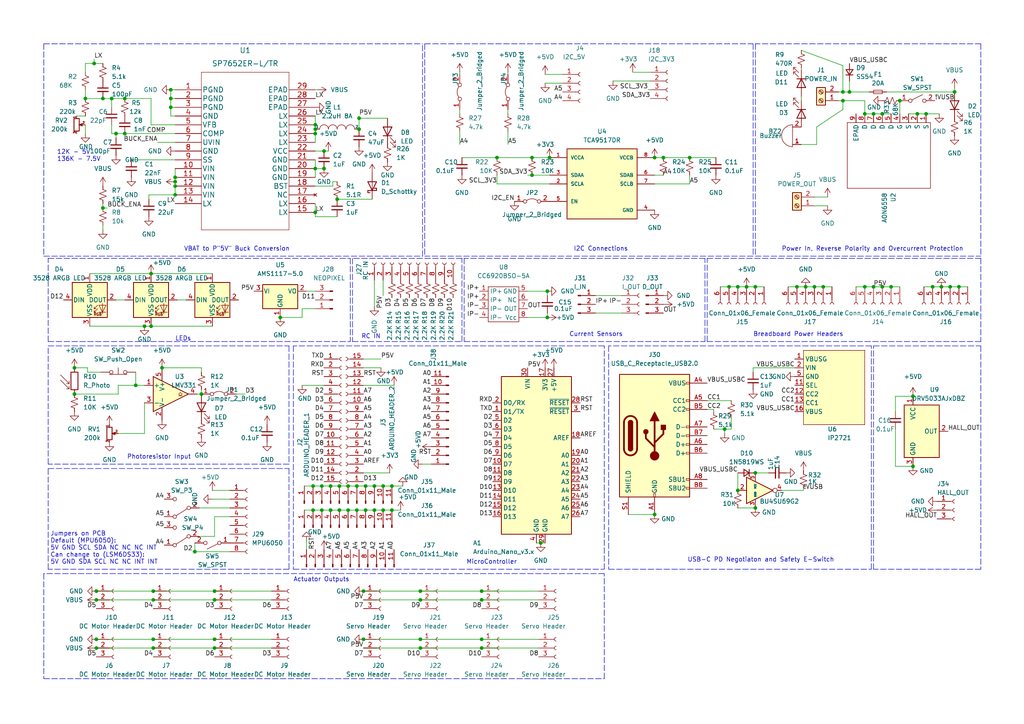
<source format=kicad_sch>
(kicad_sch (version 20211123) (generator eeschema)
  (paper "A4")
  (junction (at 213.995 142.24))
  (junction (at 93.98 48.895))
  (junction (at 121.92 187.96))
  (junction (at 192.405 45.72))
  (junction (at 93.98 43.815))
  (junction (at 200.025 45.72))
  (junction (at 139.7 185.42))
  (junction (at 58.42 114.3))
  (junction (at 50.8 56.515))
  (junction (at 33.655 38.735))
  (junction (at 211.455 83.185))
  (junction (at 250.825 83.185))
  (junction (at 98.425 147.955))
  (junction (at 104.14 34.29))
  (junction (at 219.075 147.32))
  (junction (at 95.885 140.97))
  (junction (at 105.41 185.42))
  (junction (at 144.145 45.72))
  (junction (at 244.475 26.67))
  (junction (at 113.665 147.955))
  (junction (at 258.445 83.185))
  (junction (at 264.795 114.935))
  (junction (at 158.75 92.075))
  (junction (at 91.44 36.195))
  (junction (at 104.14 37.465))
  (junction (at 189.865 149.225))
  (junction (at 93.345 147.955))
  (junction (at 113.665 140.97))
  (junction (at 275.59 83.185))
  (junction (at 100.965 147.955))
  (junction (at 49.53 26.035))
  (junction (at 93.345 140.97))
  (junction (at 29.845 60.325))
  (junction (at 90.805 140.97))
  (junction (at 43.815 79.375))
  (junction (at 46.99 106.68))
  (junction (at 56.515 160.02))
  (junction (at 139.7 173.99))
  (junction (at 50.8 53.975))
  (junction (at 27.94 171.45))
  (junction (at 27.94 187.96))
  (junction (at 91.44 61.595))
  (junction (at 44.45 187.96))
  (junction (at 213.995 83.185))
  (junction (at 50.8 52.705))
  (junction (at 49.53 28.575))
  (junction (at 97.79 57.785))
  (junction (at 27.94 173.99))
  (junction (at 108.585 147.955))
  (junction (at 91.44 48.895))
  (junction (at 273.05 83.185))
  (junction (at 81.28 92.075))
  (junction (at 62.23 173.99))
  (junction (at 103.505 147.955))
  (junction (at 41.91 94.615))
  (junction (at 189.865 45.72))
  (junction (at 121.92 171.45))
  (junction (at 27.305 18.415))
  (junction (at 260.985 29.21))
  (junction (at 111.125 147.955))
  (junction (at 39.37 111.76))
  (junction (at 121.92 173.99))
  (junction (at 276.86 26.67))
  (junction (at 255.905 83.185))
  (junction (at 106.045 147.955))
  (junction (at 43.815 94.615))
  (junction (at 278.13 83.185))
  (junction (at 105.41 171.45))
  (junction (at 266.065 33.02))
  (junction (at 219.075 137.16))
  (junction (at 36.195 38.735))
  (junction (at 231.14 83.185))
  (junction (at 95.885 147.955))
  (junction (at 233.68 83.185))
  (junction (at 216.535 83.185))
  (junction (at 139.7 171.45))
  (junction (at 44.45 171.45))
  (junction (at 50.8 51.435))
  (junction (at 246.38 26.67))
  (junction (at 264.795 135.255))
  (junction (at 270.51 83.185))
  (junction (at 156.845 157.48))
  (junction (at 98.425 140.97))
  (junction (at 91.44 37.465))
  (junction (at 158.75 84.455))
  (junction (at 21.59 114.3))
  (junction (at 24.765 28.575))
  (junction (at 62.23 185.42))
  (junction (at 44.45 185.42))
  (junction (at 255.905 33.02))
  (junction (at 108.585 140.97))
  (junction (at 103.505 140.97))
  (junction (at 36.195 28.575))
  (junction (at 106.045 140.97))
  (junction (at 250.825 33.02))
  (junction (at 100.965 140.97))
  (junction (at 21.59 106.68))
  (junction (at 27.94 185.42))
  (junction (at 139.7 187.96))
  (junction (at 121.92 185.42))
  (junction (at 244.475 29.21))
  (junction (at 29.845 28.575))
  (junction (at 32.385 28.575))
  (junction (at 91.44 38.735))
  (junction (at 62.23 187.96))
  (junction (at 253.365 33.02))
  (junction (at 210.185 124.46))
  (junction (at 238.76 83.185))
  (junction (at 253.365 83.185))
  (junction (at 90.805 147.955))
  (junction (at 62.23 171.45))
  (junction (at 268.605 33.02))
  (junction (at 154.305 45.72))
  (junction (at 219.075 83.185))
  (junction (at 236.22 83.185))
  (junction (at 49.53 31.115))
  (junction (at 44.45 173.99))
  (junction (at 159.385 45.72))
  (junction (at 111.125 140.97))
  (junction (at 154.305 50.8))
  (wire (pts (xy 91.44 43.815) (xy 93.98 43.815)))
  (wire (pts (xy 29.845 59.055) (xy 29.845 60.325)))
  (polyline (pts (xy 219.075 74.295) (xy 284.48 74.295)))
  (wire (pts (xy 45.72 41.275) (xy 50.8 41.275)))
  (wire (pts (xy 32.385 28.575) (xy 32.385 31.115)))
  (wire (pts (xy 250.825 33.02) (xy 253.365 33.02)))
  (wire (pts (xy 139.7 187.96) (xy 156.21 187.96)))
  (polyline (pts (xy 12.7 12.7) (xy 12.7 74.295)))
  (wire (pts (xy 62.23 187.96) (xy 78.74 187.96)))
  (wire (pts (xy 91.44 59.055) (xy 91.44 61.595)))
  (wire (pts (xy 244.475 26.67) (xy 244.475 19.05)))
  (wire (pts (xy 213.995 147.32) (xy 219.075 147.32)))
  (polyline (pts (xy 123.19 12.7) (xy 123.19 74.295)))
  (wire (pts (xy 57.785 155.575) (xy 62.23 155.575)))
  (wire (pts (xy 212.09 121.285) (xy 212.09 124.46)))
  (wire (pts (xy 26.035 94.615) (xy 41.91 94.615)))
  (wire (pts (xy 104.14 33.655) (xy 104.14 34.29)))
  (wire (pts (xy 87.63 89.535) (xy 87.63 92.075)))
  (wire (pts (xy 133.35 38.1) (xy 133.35 41.91)))
  (wire (pts (xy 108.585 147.955) (xy 111.125 147.955)))
  (wire (pts (xy 27.305 18.415) (xy 29.845 18.415)))
  (polyline (pts (xy 13.97 74.93) (xy 101.6 74.93)))
  (wire (pts (xy 49.53 26.035) (xy 49.53 28.575)))
  (polyline (pts (xy 175.26 166.37) (xy 12.7 166.37)))
  (wire (pts (xy 96.52 52.705) (xy 96.52 53.975)))
  (wire (pts (xy 155.575 157.48) (xy 156.845 157.48)))
  (wire (pts (xy 58.42 107.95) (xy 58.42 106.68)))
  (polyline (pts (xy 284.48 74.93) (xy 284.48 99.06)))
  (wire (pts (xy 139.7 173.99) (xy 156.21 173.99)))
  (wire (pts (xy 57.785 147.32) (xy 66.675 147.32)))
  (wire (pts (xy 27.305 17.145) (xy 27.305 18.415)))
  (wire (pts (xy 255.905 83.185) (xy 258.445 83.185)))
  (polyline (pts (xy 284.48 100.33) (xy 284.48 165.1)))
  (wire (pts (xy 105.41 187.96) (xy 121.92 187.96)))
  (polyline (pts (xy 284.48 12.7) (xy 284.48 74.295)))
  (wire (pts (xy 212.09 124.46) (xy 210.185 124.46)))
  (wire (pts (xy 91.44 61.595) (xy 91.44 62.865)))
  (polyline (pts (xy 175.26 196.85) (xy 175.26 166.37)))
  (polyline (pts (xy 122.555 74.295) (xy 122.555 12.7)))
  (wire (pts (xy 250.825 29.21) (xy 250.825 33.02)))
  (wire (pts (xy 91.44 46.355) (xy 91.44 48.895)))
  (wire (pts (xy 230.505 106.68) (xy 218.44 106.68)))
  (polyline (pts (xy 123.19 12.7) (xy 218.44 12.7)))
  (wire (pts (xy 172.72 90.805) (xy 180.34 90.805)))
  (wire (pts (xy 172.72 85.725) (xy 180.34 85.725)))
  (wire (pts (xy 219.075 83.185) (xy 221.615 83.185)))
  (wire (pts (xy 56.515 157.48) (xy 56.515 160.02)))
  (polyline (pts (xy 218.44 74.295) (xy 123.19 74.295)))
  (polyline (pts (xy 12.7 196.85) (xy 175.26 196.85)))
  (wire (pts (xy 39.37 111.76) (xy 34.29 111.76)))
  (wire (pts (xy 43.815 36.195) (xy 50.8 36.195)))
  (wire (pts (xy 46.99 106.68) (xy 58.42 106.68)))
  (wire (pts (xy 57.15 114.3) (xy 58.42 114.3)))
  (wire (pts (xy 91.44 53.975) (xy 96.52 53.975)))
  (wire (pts (xy 106.045 147.955) (xy 108.585 147.955)))
  (wire (pts (xy 200.025 53.34) (xy 200.025 50.8)))
  (wire (pts (xy 264.795 135.255) (xy 259.715 135.255)))
  (wire (pts (xy 253.365 83.185) (xy 255.905 83.185)))
  (polyline (pts (xy 175.26 100.33) (xy 85.09 100.33)))
  (wire (pts (xy 34.29 111.76) (xy 34.29 114.3)))
  (wire (pts (xy 43.815 79.375) (xy 61.595 79.375)))
  (wire (pts (xy 233.68 83.185) (xy 236.22 83.185)))
  (wire (pts (xy 236.22 83.185) (xy 238.76 83.185)))
  (wire (pts (xy 105.41 173.99) (xy 121.92 173.99)))
  (wire (pts (xy 32.385 38.735) (xy 33.655 38.735)))
  (polyline (pts (xy 253.365 165.1) (xy 253.365 100.33)))
  (wire (pts (xy 41.91 111.76) (xy 39.37 111.76)))
  (wire (pts (xy 113.665 147.955) (xy 116.205 147.955)))
  (polyline (pts (xy 284.48 12.7) (xy 219.075 12.7)))
  (wire (pts (xy 231.14 83.185) (xy 233.68 83.185)))
  (wire (pts (xy 139.7 185.42) (xy 156.21 185.42)))
  (wire (pts (xy 106.045 140.97) (xy 108.585 140.97)))
  (polyline (pts (xy 102.235 99.06) (xy 133.985 99.06)))
  (polyline (pts (xy 134.62 74.93) (xy 134.62 99.06)))
  (wire (pts (xy 121.92 171.45) (xy 139.7 171.45)))
  (wire (pts (xy 50.8 26.035) (xy 49.53 26.035)))
  (polyline (pts (xy 176.53 100.33) (xy 176.53 165.1)))
  (wire (pts (xy 26.035 79.375) (xy 43.815 79.375)))
  (wire (pts (xy 244.475 19.05) (xy 232.41 14.605)))
  (wire (pts (xy 98.425 147.955) (xy 100.965 147.955)))
  (wire (pts (xy 232.41 19.685) (xy 232.41 20.32)))
  (wire (pts (xy 100.965 140.97) (xy 103.505 140.97)))
  (polyline (pts (xy 204.47 99.06) (xy 204.47 74.93)))
  (wire (pts (xy 93.98 43.815) (xy 95.25 43.815)))
  (wire (pts (xy 88.9 156.845) (xy 88.9 159.385)))
  (wire (pts (xy 90.805 140.97) (xy 93.345 140.97)))
  (wire (pts (xy 41.91 94.615) (xy 43.815 94.615)))
  (polyline (pts (xy 12.7 74.295) (xy 122.555 74.295)))
  (wire (pts (xy 259.715 135.255) (xy 259.715 124.46)))
  (wire (pts (xy 248.285 83.185) (xy 250.825 83.185)))
  (polyline (pts (xy 13.97 165.1) (xy 13.97 135.89)))
  (wire (pts (xy 43.18 57.785) (xy 43.18 56.515)))
  (wire (pts (xy 44.45 187.96) (xy 62.23 187.96)))
  (wire (pts (xy 68.58 114.3) (xy 71.12 114.3)))
  (wire (pts (xy 93.345 147.955) (xy 95.885 147.955)))
  (wire (pts (xy 243.205 29.21) (xy 244.475 29.21)))
  (polyline (pts (xy 12.7 166.37) (xy 12.7 196.85)))
  (polyline (pts (xy 253.365 100.33) (xy 284.48 100.33)))
  (wire (pts (xy 236.22 57.15) (xy 240.03 57.15)))
  (wire (pts (xy 147.32 38.1) (xy 147.32 41.91)))
  (wire (pts (xy 260.985 33.02) (xy 260.985 29.21)))
  (wire (pts (xy 238.76 83.185) (xy 241.3 83.185)))
  (wire (pts (xy 62.23 171.45) (xy 78.74 171.45)))
  (wire (pts (xy 24.765 18.415) (xy 27.305 18.415)))
  (wire (pts (xy 91.44 48.895) (xy 91.44 51.435)))
  (wire (pts (xy 213.995 137.16) (xy 213.995 142.24)))
  (wire (pts (xy 192.405 45.72) (xy 200.025 45.72)))
  (wire (pts (xy 108.585 88.9) (xy 108.585 81.28)))
  (wire (pts (xy 50.8 53.975) (xy 50.8 56.515)))
  (polyline (pts (xy 102.235 74.93) (xy 102.235 99.06)))
  (polyline (pts (xy 85.09 165.1) (xy 175.26 165.1)))
  (wire (pts (xy 278.13 83.185) (xy 280.67 83.185)))
  (polyline (pts (xy 133.985 74.93) (xy 102.235 74.93)))
  (wire (pts (xy 29.845 28.575) (xy 32.385 28.575)))
  (wire (pts (xy 211.455 83.185) (xy 213.995 83.185)))
  (wire (pts (xy 121.92 187.96) (xy 139.7 187.96)))
  (polyline (pts (xy 252.73 165.1) (xy 252.73 100.33)))
  (wire (pts (xy 205.105 116.205) (xy 212.09 116.205)))
  (wire (pts (xy 228.6 83.185) (xy 231.14 83.185)))
  (wire (pts (xy 49.53 28.575) (xy 49.53 31.115)))
  (wire (pts (xy 36.195 38.735) (xy 50.8 38.735)))
  (wire (pts (xy 114.3 111.76) (xy 105.41 111.76)))
  (wire (pts (xy 154.305 45.72) (xy 159.385 45.72)))
  (wire (pts (xy 49.53 31.115) (xy 49.53 33.655)))
  (wire (pts (xy 100.965 147.955) (xy 103.505 147.955)))
  (wire (pts (xy 207.01 124.46) (xy 210.185 124.46)))
  (wire (pts (xy 147.32 20.955) (xy 147.32 21.59)))
  (wire (pts (xy 236.855 41.91) (xy 236.855 36.83)))
  (wire (pts (xy 50.8 48.895) (xy 50.8 51.435)))
  (polyline (pts (xy 12.7 12.7) (xy 122.555 12.7)))
  (wire (pts (xy 133.35 31.75) (xy 133.35 33.02)))
  (polyline (pts (xy 83.82 100.33) (xy 83.82 134.62)))
  (wire (pts (xy 22.225 33.655) (xy 24.765 33.655)))
  (wire (pts (xy 113.665 140.97) (xy 116.84 140.97)))
  (wire (pts (xy 56.515 160.02) (xy 66.675 160.02)))
  (wire (pts (xy 158.115 24.13) (xy 163.195 24.13)))
  (wire (pts (xy 55.88 160.02) (xy 56.515 160.02)))
  (wire (pts (xy 91.44 48.895) (xy 93.98 48.895)))
  (wire (pts (xy 268.605 33.02) (xy 272.415 33.02)))
  (wire (pts (xy 253.365 33.02) (xy 255.905 33.02)))
  (wire (pts (xy 158.75 84.455) (xy 158.75 85.725)))
  (wire (pts (xy 31.115 60.325) (xy 29.845 60.325)))
  (wire (pts (xy 50.8 51.435) (xy 50.8 52.705)))
  (wire (pts (xy 153.035 50.8) (xy 154.305 50.8)))
  (wire (pts (xy 121.92 185.42) (xy 139.7 185.42)))
  (wire (pts (xy 32.385 28.575) (xy 36.195 28.575)))
  (wire (pts (xy 43.815 36.195) (xy 43.815 28.575)))
  (wire (pts (xy 44.45 171.45) (xy 62.23 171.45)))
  (wire (pts (xy 216.535 83.185) (xy 219.075 83.185)))
  (wire (pts (xy 29.845 28.575) (xy 24.765 28.575)))
  (wire (pts (xy 88.265 140.97) (xy 90.805 140.97)))
  (wire (pts (xy 62.23 149.86) (xy 66.675 149.86)))
  (wire (pts (xy 156.845 157.48) (xy 158.115 157.48)))
  (wire (pts (xy 208.915 83.185) (xy 211.455 83.185)))
  (wire (pts (xy 244.475 26.67) (xy 246.38 26.67)))
  (polyline (pts (xy 252.73 100.33) (xy 176.53 100.33)))
  (wire (pts (xy 219.075 137.16) (xy 222.885 137.16)))
  (wire (pts (xy 27.94 173.99) (xy 44.45 173.99)))
  (wire (pts (xy 24.765 36.195) (xy 24.765 38.735)))
  (wire (pts (xy 27.94 171.45) (xy 44.45 171.45)))
  (polyline (pts (xy 218.44 12.7) (xy 218.44 74.295)))
  (wire (pts (xy 38.1 46.355) (xy 50.8 46.355)))
  (wire (pts (xy 158.75 90.805) (xy 158.75 92.075)))
  (polyline (pts (xy 83.82 135.89) (xy 83.82 165.1)))
  (wire (pts (xy 36.195 28.575) (xy 43.815 28.575)))
  (polyline (pts (xy 284.48 165.1) (xy 253.365 165.1)))
  (wire (pts (xy 255.905 33.02) (xy 258.445 33.02)))
  (wire (pts (xy 24.765 20.955) (xy 24.765 18.415)))
  (wire (pts (xy 226.695 142.24) (xy 233.045 142.24)))
  (wire (pts (xy 111.125 147.955) (xy 113.665 147.955)))
  (wire (pts (xy 33.655 38.735) (xy 33.655 40.005)))
  (wire (pts (xy 232.41 41.91) (xy 236.855 41.91)))
  (wire (pts (xy 41.91 125.73) (xy 34.29 125.73)))
  (wire (pts (xy 91.44 33.655) (xy 91.44 36.195)))
  (wire (pts (xy 61.595 144.78) (xy 66.675 144.78)))
  (polyline (pts (xy 13.97 99.06) (xy 101.6 99.06)))
  (wire (pts (xy 91.44 62.865) (xy 97.79 62.865)))
  (wire (pts (xy 62.23 185.42) (xy 78.74 185.42)))
  (wire (pts (xy 144.145 53.34) (xy 144.145 50.8)))
  (wire (pts (xy 189.865 45.72) (xy 192.405 45.72)))
  (polyline (pts (xy 284.48 99.06) (xy 205.105 99.06)))
  (wire (pts (xy 25.4 107.95) (xy 25.4 106.68)))
  (wire (pts (xy 139.7 171.45) (xy 156.21 171.45)))
  (wire (pts (xy 91.44 84.455) (xy 88.9 84.455)))
  (polyline (pts (xy 13.97 99.06) (xy 13.97 74.93)))
  (wire (pts (xy 159.385 53.34) (xy 144.145 53.34)))
  (wire (pts (xy 200.025 45.72) (xy 207.645 45.72)))
  (polyline (pts (xy 83.82 134.62) (xy 13.97 134.62)))
  (wire (pts (xy 232.41 27.94) (xy 232.41 29.21)))
  (wire (pts (xy 95.885 147.955) (xy 98.425 147.955)))
  (polyline (pts (xy 13.97 135.89) (xy 83.82 135.89)))
  (wire (pts (xy 41.91 116.84) (xy 41.91 125.73)))
  (wire (pts (xy 147.32 31.75) (xy 147.32 33.02)))
  (wire (pts (xy 133.985 45.72) (xy 144.145 45.72)))
  (wire (pts (xy 43.18 56.515) (xy 50.8 56.515)))
  (wire (pts (xy 259.715 114.935) (xy 264.795 114.935)))
  (wire (pts (xy 259.715 119.38) (xy 259.715 114.935)))
  (wire (pts (xy 275.59 83.185) (xy 278.13 83.185)))
  (wire (pts (xy 158.75 92.075) (xy 153.035 92.075)))
  (wire (pts (xy 104.14 34.29) (xy 104.14 37.465)))
  (wire (pts (xy 44.45 173.99) (xy 62.23 173.99)))
  (wire (pts (xy 189.865 50.8) (xy 192.405 50.8)))
  (wire (pts (xy 110.49 106.68) (xy 105.41 106.68)))
  (wire (pts (xy 21.59 114.3) (xy 34.29 114.3)))
  (wire (pts (xy 246.38 26.67) (xy 252.095 26.67)))
  (wire (pts (xy 93.345 140.97) (xy 95.885 140.97)))
  (wire (pts (xy 110.49 104.14) (xy 105.41 104.14)))
  (wire (pts (xy 62.23 155.575) (xy 62.23 149.86)))
  (wire (pts (xy 44.45 185.42) (xy 62.23 185.42)))
  (wire (pts (xy 91.44 26.035) (xy 92.075 26.035)))
  (polyline (pts (xy 83.82 165.1) (xy 13.97 165.1)))
  (polyline (pts (xy 205.105 74.93) (xy 284.48 74.93)))
  (wire (pts (xy 244.475 31.75) (xy 244.475 29.21)))
  (wire (pts (xy 27.94 185.42) (xy 44.45 185.42)))
  (wire (pts (xy 177.8 23.495) (xy 188.595 23.495)))
  (polyline (pts (xy 133.985 99.06) (xy 133.985 74.93)))
  (polyline (pts (xy 205.105 99.06) (xy 205.105 74.93)))
  (wire (pts (xy 243.205 26.67) (xy 244.475 26.67)))
  (wire (pts (xy 61.595 142.24) (xy 66.675 142.24)))
  (wire (pts (xy 97.79 57.785) (xy 107.95 57.785)))
  (wire (pts (xy 49.53 33.655) (xy 50.8 33.655)))
  (wire (pts (xy 189.865 53.34) (xy 200.025 53.34)))
  (polyline (pts (xy 101.6 74.93) (xy 101.6 99.06)))
  (wire (pts (xy 121.92 173.99) (xy 139.7 173.99)))
  (wire (pts (xy 91.44 36.195) (xy 91.44 37.465)))
  (wire (pts (xy 276.86 26.67) (xy 276.86 25.4)))
  (wire (pts (xy 244.475 29.21) (xy 250.825 29.21)))
  (wire (pts (xy 98.425 140.97) (xy 100.965 140.97)))
  (wire (pts (xy 32.385 36.195) (xy 32.385 38.735)))
  (wire (pts (xy 91.44 38.735) (xy 91.44 41.275)))
  (wire (pts (xy 62.23 173.99) (xy 78.74 173.99)))
  (wire (pts (xy 95.885 140.97) (xy 98.425 140.97)))
  (polyline (pts (xy 13.97 100.33) (xy 83.82 100.33)))
  (wire (pts (xy 91.44 37.465) (xy 91.44 38.735)))
  (wire (pts (xy 154.305 50.8) (xy 159.385 50.8)))
  (wire (pts (xy 29.21 107.95) (xy 25.4 107.95)))
  (wire (pts (xy 105.41 171.45) (xy 121.92 171.45)))
  (polyline (pts (xy 134.62 99.06) (xy 204.47 99.06)))
  (wire (pts (xy 58.42 114.3) (xy 58.42 113.03)))
  (wire (pts (xy 113.03 137.16) (xy 105.41 137.16)))
  (wire (pts (xy 51.435 86.995) (xy 53.975 86.995)))
  (polyline (pts (xy 175.26 165.1) (xy 175.26 100.33)))
  (polyline (pts (xy 176.53 165.1) (xy 252.73 165.1)))
  (wire (pts (xy 49.53 31.115) (xy 50.8 31.115)))
  (wire (pts (xy 246.38 23.495) (xy 246.38 26.67)))
  (wire (pts (xy 258.445 83.185) (xy 260.985 83.185)))
  (wire (pts (xy 111.125 85.725) (xy 111.125 81.28)))
  (wire (pts (xy 105.41 185.42) (xy 121.92 185.42)))
  (wire (pts (xy 88.265 147.955) (xy 90.805 147.955)))
  (wire (pts (xy 187.96 26.035) (xy 188.595 26.035)))
  (wire (pts (xy 49.53 28.575) (xy 50.8 28.575)))
  (wire (pts (xy 233.045 142.24) (xy 233.045 141.605)))
  (wire (pts (xy 236.22 59.69) (xy 240.03 59.69)))
  (polyline (pts (xy 204.47 74.93) (xy 134.62 74.93)))
  (wire (pts (xy 33.655 86.995) (xy 36.195 86.995)))
  (wire (pts (xy 182.245 149.225) (xy 189.865 149.225)))
  (wire (pts (xy 27.94 187.96) (xy 44.45 187.96)))
  (wire (pts (xy 122.555 134.62) (xy 125.095 134.62)))
  (wire (pts (xy 183.515 20.955) (xy 188.595 20.955)))
  (polyline (pts (xy 219.075 12.7) (xy 219.075 74.295)))
  (wire (pts (xy 87.63 111.76) (xy 93.98 111.76)))
  (wire (pts (xy 213.995 83.185) (xy 216.535 83.185)))
  (wire (pts (xy 87.63 92.075) (xy 81.28 92.075)))
  (wire (pts (xy 24.765 26.035) (xy 24.765 28.575)))
  (wire (pts (xy 210.185 124.46) (xy 210.185 125.73)))
  (wire (pts (xy 90.805 147.955) (xy 93.345 147.955)))
  (wire (pts (xy 97.79 52.705) (xy 96.52 52.705)))
  (wire (pts (xy 263.525 33.02) (xy 266.065 33.02)))
  (wire (pts (xy 218.44 106.68) (xy 218.44 107.95)))
  (wire (pts (xy 207.01 118.745) (xy 205.105 118.745)))
  (wire (pts (xy 158.115 21.59) (xy 163.195 21.59)))
  (wire (pts (xy 158.75 84.455) (xy 153.035 84.455)))
  (wire (pts (xy 236.855 36.83) (xy 244.475 31.75)))
  (wire (pts (xy 103.505 140.97) (xy 106.045 140.97)))
  (wire (pts (xy 111.125 140.97) (xy 113.665 140.97)))
  (wire (pts (xy 133.35 20.955) (xy 133.35 21.59)))
  (wire (pts (xy 273.05 83.185) (xy 275.59 83.185)))
  (wire (pts (xy 91.44 89.535) (xy 87.63 89.535)))
  (wire (pts (xy 29.845 65.405) (xy 29.845 66.675)))
  (wire (pts (xy 266.065 33.02) (xy 268.605 33.02)))
  (wire (pts (xy 267.97 83.185) (xy 270.51 83.185)))
  (wire (pts (xy 25.4 106.68) (xy 21.59 106.68)))
  (wire (pts (xy 43.815 94.615) (xy 61.595 94.615)))
  (wire (pts (xy 250.825 83.185) (xy 253.365 83.185)))
  (wire (pts (xy 270.51 83.185) (xy 273.05 83.185)))
  (wire (pts (xy 103.505 147.955) (xy 106.045 147.955)))
  (wire (pts (xy 108.585 140.97) (xy 111.125 140.97)))
  (wire (pts (xy 144.145 45.72) (xy 154.305 45.72)))
  (wire (pts (xy 207.01 119.38) (xy 207.01 118.745)))
  (wire (pts (xy 257.175 26.67) (xy 276.86 26.67)))
  (wire (pts (xy 104.14 34.29) (xy 112.395 34.29)))
  (polyline (pts (xy 85.09 100.33) (xy 85.09 165.1)))
  (wire (pts (xy 50.8 52.705) (xy 50.8 53.975)))
  (wire (pts (xy 39.37 107.95) (xy 39.37 111.76)))
  (polyline (pts (xy 13.97 134.62) (xy 13.97 100.33)))
  (wire (pts (xy 36.195 38.735) (xy 33.655 38.735)))
  (text "Actuator Outputs\n" (at 85.09 168.91 0) (effects (font (size 1.27 1.27)) (justify left bottom)))
  (text "LEDs\n" (at 50.8 99.06 0) (effects (font (size 1.27 1.27)) (justify left bottom)))
  (text "Current Sensors\n" (at 165.1 97.79 0) (effects (font (size 1.27 1.27)) (justify left bottom)))
  (text "VBAT to P\"5V\" Buck Conversion\n" (at 53.34 73.025 0) (effects (font (size 1.27 1.27)) (justify left bottom)))
  (text "Jumpers on PCB\nDefault (MPU6050):\n5V GND SCL SDA NC NC NC INT\nCan change to (LSM6DS33):\n5V GND SDA SCL NC NC INT INT\n" (at 14.605 163.83 0) (effects (font (size 1.27 1.27)) (justify left bottom)))
  (text "Power In, Reverse Polarity and Overcurrent Protection\n" (at 226.695 73.025 0) (effects (font (size 1.27 1.27)) (justify left bottom)))
  (text "MicroController\n" (at 135.255 163.83 0) (effects (font (size 1.27 1.27)) (justify left bottom)))
  (text "Breadboard Power Headers\n" (at 218.44 97.79 0) (effects (font (size 1.27 1.27)) (justify left bottom)))
  (text "USB-C PD Negotiaton and Safety E-Switch" (at 199.39 163.195 0) (effects (font (size 1.27 1.27)) (justify left bottom)))
  (text "RC IN\n" (at 104.775 98.425 0) (effects (font (size 1.27 1.27)) (justify left bottom)))
  (text "Photoresistor Input\n" (at 36.83 133.35 0) (effects (font (size 1.27 1.27)) (justify left bottom)))
  (text "I2C Connections\n" (at 166.37 73.025 0) (effects (font (size 1.27 1.27)) (justify left bottom)))
  (text "12K - 5V\n136K - 7.5V" (at 16.51 46.99 0) (effects (font (size 1.27 1.27)) (justify left bottom)))
  (label "A2" (at 105.41 127 0))
  (label "OUT" (at 192.405 90.805 0))
  (label "D6" (at 142.875 132.08 180))
  (label "CC1" (at 230.505 116.84 180))
  (label "D10" (at 121.92 190.5 180))
  (label "RST" (at 105.41 109.22 0))
  (label "A5" (at 47.625 149.86 180))
  (label "RST" (at 93.98 109.22 180))
  (label "IP-" (at 139.065 89.535 180))
  (label "A5" (at 168.275 144.78 0))
  (label "D10" (at 93.98 134.62 180))
  (label "SCL_3V3" (at 187.96 26.035 180))
  (label "A6" (at 105.41 116.84 0))
  (label "OUT" (at 153.035 89.535 0))
  (label "A5" (at 47.625 153.035 180))
  (label "P5V" (at 110.49 104.14 0))
  (label "BUCK_ENA" (at 31.115 60.325 0))
  (label "A2" (at 168.275 137.16 0))
  (label "D4" (at 44.45 190.5 180))
  (label "D3" (at 71.12 114.3 0))
  (label "A4" (at 133.35 41.91 0))
  (label "A7" (at 105.41 114.3 0))
  (label "D5" (at 118.745 86.36 270))
  (label "A0" (at 114.3 159.385 90))
  (label "HALL_OUT" (at 274.955 125.095 0))
  (label "A4" (at 104.14 159.385 90))
  (label "A7" (at 168.275 149.86 0))
  (label "A5" (at 105.41 119.38 0))
  (label "D8" (at 139.7 176.53 180))
  (label "VBUS_USBC" (at 213.995 137.16 180))
  (label "VBUS_USBC" (at 230.505 119.38 180))
  (label "A4" (at 168.275 142.24 0))
  (label "D8" (at 126.365 86.36 270))
  (label "D5" (at 27.94 190.5 180))
  (label "D11" (at 142.875 144.78 180))
  (label "D8" (at 156.21 190.5 180))
  (label "CC2" (at 205.105 118.745 0))
  (label "P5V" (at 111.125 85.725 270))
  (label "A0" (at 105.41 132.08 0))
  (label "D7" (at 105.41 176.53 180))
  (label "D7" (at 93.98 127 180))
  (label "A7" (at 125.095 127 180))
  (label "D13" (at 105.41 139.7 0))
  (label "A6" (at 125.095 124.46 180))
  (label "A4" (at 47.625 144.78 180))
  (label "!VUSB" (at 271.145 29.21 0))
  (label "D9" (at 142.875 139.7 180))
  (label "A1" (at 105.41 129.54 0))
  (label "LX" (at 50.8 59.055 180))
  (label "LX" (at 91.44 61.595 0))
  (label "D4" (at 142.875 127 180))
  (label "D8" (at 142.875 137.16 180))
  (label "D4" (at 93.98 119.38 180))
  (label "VBUS_USBC" (at 230.505 106.68 180))
  (label "I2C_EN" (at 149.225 58.42 180))
  (label "D12" (at 18.415 86.995 180))
  (label "SDA_3V3" (at 153.035 50.8 180))
  (label "D7" (at 105.41 190.5 180))
  (label "COMP" (at 42.545 38.735 0))
  (label "P5V" (at 153.035 106.68 0))
  (label "A6" (at 168.275 147.32 0))
  (label "P5V" (at 105.41 173.99 180))
  (label "IP+" (at 172.72 88.265 0))
  (label "A6" (at 99.06 159.385 90))
  (label "IP+" (at 139.065 86.995 180))
  (label "A7" (at 96.52 159.385 90))
  (label "TXD" (at 142.875 119.38 180))
  (label "A5" (at 200.025 53.34 0))
  (label "D2" (at 142.875 121.92 180))
  (label "D8" (at 93.98 129.54 180))
  (label "!VUSB" (at 233.045 142.24 0))
  (label "A0" (at 168.275 132.08 0))
  (label "A4" (at 192.405 50.8 0))
  (label "CC1" (at 205.105 116.205 0))
  (label "A5" (at 101.6 159.385 90))
  (label "LX" (at 91.44 33.655 0))
  (label "P5V" (at 253.365 83.185 0))
  (label "A3" (at 105.41 124.46 0))
  (label "P5V" (at 73.66 84.455 180))
  (label "A0" (at 125.095 109.22 180))
  (label "D4" (at 116.205 86.36 270))
  (label "A5" (at 125.095 121.92 180))
  (label "D6" (at 121.285 86.36 270))
  (label "D12" (at 93.98 139.7 180))
  (label "A1" (at 168.275 134.62 0))
  (label "SDA_3V3" (at 188.595 28.575 180))
  (label "P5V" (at 104.14 33.655 0))
  (label "D2" (at 93.98 114.3 180))
  (label "SCL_3V3" (at 144.145 53.34 180))
  (label "D7" (at 123.825 86.36 270))
  (label "HALL_OUT" (at 271.78 150.495 180))
  (label "IP+" (at 139.065 84.455 180))
  (label "D9" (at 93.98 132.08 180))
  (label "D3" (at 93.98 116.84 180))
  (label "RST" (at 168.275 119.38 0))
  (label "D4" (at 44.45 176.53 180))
  (label "RST" (at 168.275 116.84 0))
  (label "VBUS_USBC" (at 205.105 111.125 0))
  (label "CC2" (at 230.505 114.3 180))
  (label "P5V" (at 105.41 187.96 180))
  (label "AREF" (at 168.275 127 0))
  (label "D10" (at 131.445 86.36 270))
  (label "A2" (at 109.22 159.385 90))
  (label "D9" (at 121.92 176.53 180))
  (label "A1" (at 125.095 111.76 180))
  (label "D5" (at 142.875 129.54 180))
  (label "A4" (at 163.195 29.21 180))
  (label "A3" (at 106.68 159.385 90))
  (label "LX" (at 27.305 17.145 0))
  (label "D9" (at 128.905 86.36 270))
  (label "D6" (at 78.74 176.53 180))
  (label "VBUS_USBC" (at 246.38 18.415 0))
  (label "RXD" (at 93.98 106.68 180))
  (label "TXD" (at 93.98 104.14 180))
  (label "A3" (at 168.275 139.7 0))
  (label "D10" (at 142.875 142.24 180))
  (label "D6" (at 93.98 124.46 180))
  (label "A1" (at 111.76 159.385 90))
  (label "D11" (at 91.44 86.995 180))
  (label "A4" (at 125.095 119.38 180))
  (label "D3" (at 78.74 190.5 180))
  (label "D3" (at 62.23 176.53 180))
  (label "IP-" (at 139.065 92.075 180))
  (label "D9" (at 156.21 176.53 180))
  (label "A2" (at 125.095 114.3 180))
  (label "D10" (at 139.7 190.5 180))
  (label "D2" (at 55.88 160.02 180))
  (label "BUCK_ENA" (at 45.72 41.275 180))
  (label "A4" (at 47.625 158.115 180))
  (label "D11" (at 93.98 137.16 180))
  (label "A3" (at 125.095 116.84 180))
  (label "D3" (at 113.665 86.36 270))
  (label "RXD" (at 142.875 116.84 180))
  (label "D3" (at 142.875 124.46 180))
  (label "A5" (at 163.195 26.67 180))
  (label "D5" (at 27.94 176.53 180))
  (label "RST" (at 125.095 132.08 180))
  (label "D5" (at 93.98 121.92 180))
  (label "RST" (at 91.44 159.385 90))
  (label "D12" (at 142.875 147.32 180))
  (label "LX" (at 91.44 28.575 0))
  (label "A4" (at 105.41 121.92 0))
  (label "A5" (at 147.32 41.91 0))
  (label "IP-" (at 180.34 88.265 180))
  (label "D6" (at 62.23 190.5 180))
  (label "D13" (at 142.875 149.86 180))
  (label "AREF" (at 105.41 134.62 0))
  (label "D7" (at 142.875 134.62 180))
  (symbol (lib_id "power:GND") (at 230.505 109.22 270) (unit 1)
    (property "Reference" "#PWR0167" (effects hide))
    (property "Value" "GND" (at 227.965 109.22 90) (effects (justify right)))
  )
  (symbol (lib_id "power:GND") (at 271.78 145.415 270) (unit 1)
    (property "Reference" "#PWR0178" (effects hide))
    (property "Value" "GND" (at 264.16 145.415 90) (effects (justify left)))
  )
  (symbol (lib_id "Device:C_Small") (at 158.75 88.265 0) (unit 1)
    (property "Reference" "C15" (at 161.925 87.63 0) (effects (justify left)))
    (property "Value" "0.1uF" (at 160.655 89.535 0) (effects (justify left)))
    (property "Footprint" "Capacitor_SMD:C_0402_1005Metric" (effects hide))
    (property "Datasheet" "https://www.digikey.com/en/products/detail/murata-electronics/GRM0335C1E101JA01D/702426" (effects hide))
    (property "Digikey" "490-3160-1-ND" (effects hide))
    (property "LCSC" "C307331" (effects hide))
  )
  (symbol (lib_id "Device:R_Small_US") (at 116.205 83.82 180) (unit 1)
    (property "Reference" "R15" (at 115.57 92.075 90))
    (property "Value" "2.2K" (at 115.57 96.52 90))
    (property "Footprint" "Resistor_SMD:R_0402_1005Metric" (effects hide))
    (property "Datasheet" "https://www.digikey.com/en/products/detail/stackpole-electronics-inc/RMCF0402FT2K20/2417439" (effects hide))
    (property "Digikey" "RMCF0402FT2K20CT-ND" (effects hide))
    (property "LCSC" "C25879" (effects hide))
  )
  (symbol (lib_id "MCU_Module:Arduino_Nano_v3.x") (at 155.575 132.08 0) (unit 1)
    (property "Reference" "A1" (at 137.16 157.48 0) (effects (justify left)))
    (property "Value" "Arduino_Nano_v3.x" (at 137.16 160.02 0) (effects (justify left)))
    (property "Footprint" "Module:Arduino_Nano" (effects hide))
  )
  (symbol (lib_id "power:GND") (at 255.905 29.21 270) (unit 1)
    (property "Reference" "#PWR0171" (effects hide))
    (property "Value" "GND" (at 251.46 31.115 90) (effects (justify left)))
  )
  (symbol (lib_id "power:GND") (at 276.86 39.37 0) (unit 1)
    (property "Reference" "#PWR0126" (effects hide))
    (property "Value" "GND" (at 276.86 44.45 0))
  )
  (symbol (lib_id "Device:C_Small") (at 36.195 36.195 0) (unit 1)
    (property "Reference" "C8" (at 38.735 34.9312 0) (effects (justify left)))
    (property "Value" "1nF" (at 38.735 37.465 0) (effects (justify left)))
    (property "Footprint" "Capacitor_SMD:C_0402_1005Metric" (effects hide))
    (property "Datasheet" "https://www.digikey.com/en/products/detail/kemet/C0402C102J1GEC7411/8645838" (effects hide))
    (property "Digikey" "399-C0402C102J1GEC7411CT-ND" (effects hide))
    (property "LCSC" "C1523" (effects hide))
  )
  (symbol (lib_id "Device:C_Small") (at 33.655 42.545 0) (unit 1)
    (property "Reference" "C7" (at 29.845 41.275 0) (effects (justify left)))
    (property "Value" "100pF" (at 26.035 43.815 0) (effects (justify left)))
    (property "Footprint" "Capacitor_SMD:C_0402_1005Metric" (effects hide))
    (property "Datasheet" "https://www.digikey.com/en/products/detail/yageo/CC0402JRNPO9BN101/302758" (effects hide))
    (property "Digikey" "311-1024-1-ND" (effects hide))
    (property "LCSC" "C1546" (effects hide))
  )
  (symbol (lib_id "Device:R_Small_US") (at 24.765 31.115 180) (unit 1)
    (property "Reference" "R3" (at 19.685 29.845 0) (effects (justify right)))
    (property "Value" "220k" (at 17.145 32.385 0) (effects (justify right)))
    (property "Footprint" "Resistor_SMD:R_0402_1005Metric" (effects hide))
    (property "Datasheet" "https://www.digikey.com/en/products/detail/panasonic-electronic-components/ERJ-2RKF2323X/192239" (effects hide))
    (property "Digikey" "P232KLCT-ND" (effects hide))
    (property "LCSC" "C25767" (effects hide))
  )
  (symbol (lib_id "TCA9517:TCA9517DR") (at 174.625 53.34 0) (unit 1)
    (property "Reference" "U4" (at 174.625 38.1 0))
    (property "Value" "TCA9517DR" (at 174.625 40.64 0))
    (property "Footprint" "TCA9517:SOIC127P599X175-8N" (effects hide))
    (property "MAXIMUM_PACKAGE_HEIGHT" "1.75mm" (effects hide))
    (property "MANUFACTURER" "Texas Instruments" (effects hide))
    (property "STANDARD" "IPC-7351B" (effects hide))
    (property "PARTREV" "D" (effects hide))
  )
  (symbol (lib_id "Connector:Conn_01x03_Female") (at 83.82 187.96 0) (unit 1)
    (property "Reference" "J9" (at 81.28 193.04 0) (effects (justify left)))
    (property "Value" "DC Motor Header" (at 73.66 195.58 0) (effects (justify left)))
    (property "Footprint" "Connector_PinSocket_2.54mm:PinSocket_1x03_P2.54mm_Vertical" (effects hide))
    (property "Datasheet" "https://www.digikey.com/en/products/detail/sullins-connector-solutions/PPPC031LFBN-RC/810175" (effects hide))
    (property "Digikey" "S7036-ND" (effects hide))
  )
  (symbol (lib_id "Device:R_Small_US") (at 123.825 83.82 180) (unit 1)
    (property "Reference" "R18" (at 123.19 92.075 90))
    (property "Value" "2.2K" (at 123.19 96.52 90))
    (property "Footprint" "Resistor_SMD:R_0402_1005Metric" (effects hide))
    (property "Datasheet" "https://www.digikey.com/en/products/detail/stackpole-electronics-inc/RMCF0402FT2K20/2417439" (effects hide))
    (property "Digikey" "RMCF0402FT2K20CT-ND" (effects hide))
    (property "LCSC" "C25879" (effects hide))
  )
  (symbol (lib_id "power:+5VD") (at 264.795 114.935 0) (unit 1)
    (property "Reference" "#PWR0180" (effects hide))
    (property "Value" "+5VD" (at 264.795 109.22 0))
  )
  (symbol (lib_id "power:+5VD") (at 192.405 88.265 270) (unit 1)
    (property "Reference" "#PWR0174" (effects hide))
    (property "Value" "+5VD" (at 196.215 88.2649 90) (effects (justify left)))
  )
  (symbol (lib_id "Device:C_Small") (at 77.47 125.73 0) (unit 1)
    (property "Reference" "C12" (at 72.39 124.46 0) (effects (justify left)))
    (property "Value" "0.1uF" (at 69.85 127 0) (effects (justify left)))
    (property "Footprint" "Capacitor_SMD:C_0402_1005Metric" (effects hide))
    (property "Datasheet" "https://www.digikey.com/en/products/detail/murata-electronics/GRM0335C1E101JA01D/702426" (effects hide))
    (property "Digikey" "490-3160-1-ND" (effects hide))
    (property "LCSC" "C307331" (effects hide))
  )
  (symbol (lib_id "Device:R_Potentiometer_Small") (at 31.75 125.73 0) (unit 1)
    (property "Reference" "RV1" (at 29.21 124.4599 0) (effects (justify right)))
    (property "Value" "200k" (at 29.21 126.9999 0) (effects (justify right)))
    (property "Footprint" "Potentiometer_SMD:Potentiometer_Bourns_TC33X_Vertical" (effects hide))
    (property "Datasheet" "https://www.digikey.com/en/products/detail/bourns-inc/TC33X-2-204E/2566889" (effects hide))
    (property "Digikey" "TC33X-2-204ECT-ND" (effects hide))
    (property "LCSC" "C25764" (effects hide))
  )
  (symbol (lib_id "power:GND") (at 87.63 111.76 0) (unit 1)
    (property "Reference" "#PWR0110" (effects hide))
    (property "Value" "GND" (at 86.36 115.57 0) (effects (justify left)))
  )
  (symbol (lib_id "Connector:Conn_01x03_Female") (at 110.49 173.99 0) (unit 1)
    (property "Reference" "J19" (at 107.95 179.07 0) (effects (justify left)))
    (property "Value" "Servo Header" (at 100.33 181.61 0) (effects (justify left)))
    (property "Footprint" "Connector_PinSocket_2.54mm:PinSocket_1x03_P2.54mm_Vertical" (effects hide))
    (property "Datasheet" "https://www.digikey.com/en/products/detail/sullins-connector-solutions/PPPC031LFBN-RC/810175" (effects hide))
    (property "Digikey" "S7036-ND" (effects hide))
  )
  (symbol (lib_id "Jumper:Jumper_2_Bridged") (at 154.305 58.42 0) (unit 1)
    (property "Reference" "JP2" (at 154.305 55.88 0))
    (property "Value" "Jumper_2_Bridged" (at 154.305 62.23 0))
    (property "Footprint" "Connector_PinHeader_2.54mm:PinHeader_1x02_P2.54mm_Vertical" (effects hide))
  )
  (symbol (lib_id "Device:R_Small_US") (at 154.305 48.26 0) (unit 1)
    (property "Reference" "R23" (at 156.845 46.9899 0) (effects (justify left)))
    (property "Value" "10K" (at 156.845 49.5299 0) (effects (justify left)))
    (property "Footprint" "Resistor_SMD:R_0402_1005Metric" (effects hide))
    (property "Datasheet" "https://www.digikey.com/en/products/detail/stackpole-electronics-inc/RMCF0402FT10K0/1761433" (effects hide))
    (property "Digikey" "RMCF0402FT10K0CT-ND" (effects hide))
    (property "LCSC" "C25744" (effects hide))
  )
  (symbol (lib_id "power:GND") (at 104.14 42.545 0) (unit 1)
    (property "Reference" "#PWR0120" (effects hide))
    (property "Value" "GND" (at 104.14 47.625 0))
  )
  (symbol (lib_id "74xGxx:74LVC1GU04DRL") (at 219.075 142.24 0) (unit 1)
    (property "Reference" "U7" (at 226.06 143.51 0))
    (property "Value" "BU4SU69G2" (at 226.06 145.415 0))
    (property "Footprint" "Package_TO_SOT_SMD:SOT-23-5" (effects hide))
    (property "Datasheet" "https://www.digikey.com/en/products/detail/rohm-semiconductor/BU4SU69G2-TR/658725" (effects hide))
    (property "Digikey" "BU4SU69G2CT-ND" (effects hide))
  )
  (symbol (lib_id "Device:R_Small_US") (at 126.365 83.82 180) (unit 1)
    (property "Reference" "R19" (at 125.73 92.075 90))
    (property "Value" "2.2K" (at 125.73 96.52 90))
    (property "Footprint" "Resistor_SMD:R_0402_1005Metric" (effects hide))
    (property "Datasheet" "https://www.digikey.com/en/products/detail/stackpole-electronics-inc/RMCF0402FT2K20/2417439" (effects hide))
    (property "Digikey" "RMCF0402FT2K20CT-ND" (effects hide))
    (property "LCSC" "C25879" (effects hide))
  )
  (symbol (lib_id "Connector:Conn_01x03_Female") (at 144.78 173.99 0) (unit 1)
    (property "Reference" "J23" (at 142.24 179.07 0) (effects (justify left)))
    (property "Value" "Servo Header" (at 134.62 181.61 0) (effects (justify left)))
    (property "Footprint" "Connector_PinSocket_2.54mm:PinSocket_1x03_P2.54mm_Vertical" (effects hide))
    (property "Datasheet" "https://www.digikey.com/en/products/detail/sullins-connector-solutions/PPPC031LFBN-RC/810175" (effects hide))
    (property "Digikey" "S7036-ND" (effects hide))
  )
  (symbol (lib_id "Device:D_Small") (at 246.38 20.955 90) (unit 1)
    (property "Reference" "D9" (at 248.285 19.6849 90) (effects (justify right)))
    (property "Value" "SS54" (at 248.285 22.2249 90) (effects (justify right)))
    (property "Footprint" "Diode_SMD:D_SMA" (effects hide))
    (property "LCSC" "C22452" (effects hide))
  )
  (symbol (lib_id "power:GND") (at 264.795 135.255 0) (unit 1)
    (property "Reference" "#PWR0177" (effects hide))
    (property "Value" "GND" (at 266.7 136.5249 0) (effects (justify left)))
  )
  (symbol (lib_id "power:+5VD") (at 158.115 21.59 0) (unit 1)
    (property "Reference" "#PWR0109" (effects hide))
    (property "Value" "+5VD" (at 158.115 16.51 0))
  )
  (symbol (lib_id "power:GND") (at 158.75 84.455 90) (unit 1)
    (property "Reference" "#PWR0176" (effects hide))
    (property "Value" "GND" (at 162.56 84.4549 90) (effects (justify right)))
  )
  (symbol (lib_id "Connector:Conn_01x03_Female") (at 67.31 173.99 0) (unit 1)
    (property "Reference" "J12" (at 64.77 179.07 0) (effects (justify left)))
    (property "Value" "DC Motor Header" (at 57.15 181.61 0) (effects (justify left)))
    (property "Footprint" "Connector_PinSocket_2.54mm:PinSocket_1x03_P2.54mm_Vertical" (effects hide))
    (property "Datasheet" "https://www.digikey.com/en/products/detail/sullins-connector-solutions/PPPC031LFBN-RC/810175" (effects hide))
    (property "Digikey" "S7036-ND" (effects hide))
  )
  (symbol (lib_id "Connector:Conn_01x03_Female") (at 110.49 187.96 0) (unit 1)
    (property "Reference" "J20" (at 107.95 193.04 0) (effects (justify left)))
    (property "Value" "Servo Header" (at 100.33 195.58 0) (effects (justify left)))
    (property "Footprint" "Connector_PinSocket_2.54mm:PinSocket_1x03_P2.54mm_Vertical" (effects hide))
    (property "Datasheet" "https://www.digikey.com/en/products/detail/sullins-connector-solutions/PPPC031LFBN-RC/810175" (effects hide))
    (property "Digikey" "S7036-ND" (effects hide))
  )
  (symbol (lib_id "Connector:Conn_01x11_Male") (at 100.965 153.035 90) (unit 1)
    (property "Reference" "J36" (at 123.825 146.685 90))
    (property "Value" "Conn_01x11_Male" (at 123.825 149.225 90))
    (property "Footprint" "Connector_PinHeader_2.54mm:PinHeader_1x11_P2.54mm_Vertical" (effects hide))
  )
  (symbol (lib_id "power:GND") (at 227.965 137.16 90) (unit 1)
    (property "Reference" "#PWR0172" (effects hide))
    (property "Value" "GND" (at 227.33 139.7 90) (effects (justify right)))
  )
  (symbol (lib_id "power:VBUS") (at 27.94 187.96 90) (unit 1)
    (property "Reference" "#PWR0134" (effects hide))
    (property "Value" "VBUS" (at 24.13 187.9599 90) (effects (justify left)))
  )
  (symbol (lib_id "Switch:SW_SPST") (at 266.065 29.21 0) (unit 1)
    (property "Reference" "SW1" (at 266.065 22.86 0))
    (property "Value" "SW_SPST" (at 266.065 25.4 0))
    (property "Footprint" "Switch:M2012SS2W13" (effects hide))
    (property "Datasheet" "https://www.digikey.com/en/products/detail/nkk-switches/M2012SS2W13/1052259" (effects hide))
    (property "Digikey" "360-2840-ND" (effects hide))
  )
  (symbol (lib_id "power:GND") (at 149.225 58.42 0) (unit 1)
    (property "Reference" "#PWR0156" (effects hide))
    (property "Value" "GND" (at 149.225 63.5 0))
  )
  (symbol (lib_id "power:+5VD") (at 216.535 83.185 0) (unit 1)
    (property "Reference" "#PWR0140" (effects hide))
    (property "Value" "+5VD" (at 216.535 78.105 0))
  )
  (symbol (lib_id "power:+5VD") (at 147.32 20.955 0) (unit 1)
    (property "Reference" "#PWR0164" (effects hide))
    (property "Value" "+5VD" (at 147.32 15.875 0))
  )
  (symbol (lib_id "power:GND") (at 38.1 51.435 0) (unit 1)
    (property "Reference" "#PWR0118" (effects hide))
    (property "Value" "GND" (at 38.1 56.515 0))
  )
  (symbol (lib_id "power:VBUS") (at 92.075 26.035 270) (unit 1)
    (property "Reference" "#PWR0130" (effects hide))
    (property "Value" "VBUS" (at 95.885 26.0349 90) (effects (justify left)))
  )
  (symbol (lib_id "Connector:Conn_01x03_Female") (at 161.29 187.96 0) (unit 1)
    (property "Reference" "J26" (at 158.75 193.04 0) (effects (justify left)))
    (property "Value" "Servo Header" (at 151.13 195.58 0) (effects (justify left)))
    (property "Footprint" "Connector_PinSocket_2.54mm:PinSocket_1x03_P2.54mm_Vertical" (effects hide))
    (property "Datasheet" "https://www.digikey.com/en/products/detail/sullins-connector-solutions/PPPC031LFBN-RC/810175" (effects hide))
    (property "Digikey" "S7036-ND" (effects hide))
  )
  (symbol (lib_id "power:GND") (at 77.47 128.27 0) (unit 1)
    (property "Reference" "#PWR0158" (effects hide))
    (property "Value" "GND" (at 77.47 133.35 0))
  )
  (symbol (lib_id "power:VBUS") (at 29.845 53.975 0) (unit 1)
    (property "Reference" "#PWR0128" (effects hide))
    (property "Value" "VBUS" (at 29.845 48.895 0))
  )
  (symbol (lib_id "Device:C_Small") (at 225.425 137.16 270) (unit 1)
    (property "Reference" "C14" (at 225.425 132.08 0) (effects (justify left)))
    (property "Value" "1uF" (at 223.52 132.715 0) (effects (justify left)))
    (property "Footprint" "Capacitor_SMD:C_0402_1005Metric" (effects hide))
    (property "Datasheet" "https://www.digikey.com/en/products/detail/samsung-electro-mechanics/CL05A105KO5NNNC/3886725" (effects hide))
    (property "Digikey" "1276-1067-1-ND" (effects hide))
    (property "LCSC" "C52923" (effects hide))
  )
  (symbol (lib_id "Device:R_Small_US") (at 21.59 116.84 0) (unit 1)
    (property "Reference" "R11" (at 24.13 115.5699 0) (effects (justify left)))
    (property "Value" "10K" (at 24.13 118.1099 0) (effects (justify left)))
    (property "Footprint" "Resistor_SMD:R_0402_1005Metric" (effects hide))
    (property "Datasheet" "https://www.digikey.com/en/products/detail/stackpole-electronics-inc/RMCF0402FT10K0/1761433" (effects hide))
    (property "Digikey" "RMCF0402FT10K0CT-ND" (effects hide))
    (property "LCSC" "C25744" (effects hide))
  )
  (symbol (lib_id "2022-03-08_23-16-42:SP7652ER-L{slash}TR") (at 50.8 26.035 0) (unit 1)
    (property "Reference" "U1" (at 71.12 14.605 0) (effects (font (size 1.524 1.524))))
    (property "Value" "SP7652ER-L/TR" (at 71.12 18.415 0) (effects (font (size 1.524 1.524))))
    (property "Footprint" "sp7652:SP7652ER-L&slash_TR" (effects hide))
    (property "Datasheet" "https://www.digikey.com/en/products/detail/maxlinear-inc/SP7652ER-L-TR/2472248?s=N4IgTCBcDaIMoAUDsA2ArGAogJQLQBkB6AFWxAF0BfIA" (effects hide))
    (property "Digikey" "1016-1843-1-ND" (effects hide))
  )
  (symbol (lib_id "power:GND") (at 27.94 171.45 270) (unit 1)
    (property "Reference" "#PWR0136" (effects hide))
    (property "Value" "GND" (at 24.13 171.4499 90) (effects (justify right)))
  )
  (symbol (lib_id "Device:R_Small_US") (at 276.86 36.83 0) (unit 1)
    (property "Reference" "R6" (at 279.4 35.5599 0) (effects (justify left)))
    (property "Value" "1K" (at 279.4 38.0999 0) (effects (justify left)))
    (property "Footprint" "Resistor_SMD:R_0402_1005Metric" (effects hide))
    (property "Datasheet" "https://www.digikey.com/en/products/detail/stackpole-electronics-inc/RMCF0402FT1K00/1761754" (effects hide))
    (property "Digikey" "RMCF0402FT1K00CT-ND" (effects hide))
    (property "LCSC" "C11702" (effects hide))
  )
  (symbol (lib_id "Switch:SW_SPST") (at 61.595 157.48 180) (unit 1)
    (property "Reference" "SW5" (at 61.595 161.29 0))
    (property "Value" "SW_SPST" (at 61.595 163.83 0))
    (property "Footprint" "Jumper:SolderJumper-2_P1.3mm_Open_TrianglePad1.0x1.5mm" (effects hide))
    (property "Datasheet" "https://www.digikey.com/en/products/detail/nkk-switches/M2012SS2W13/1052259" (effects hide))
    (property "Digikey" "360-2840-ND" (effects hide))
  )
  (symbol (lib_id "Device:R_Photo") (at 21.59 110.49 0) (unit 1)
    (property "Reference" "R10" (at 24.13 109.2199 0) (effects (justify left)))
    (property "Value" "R_Photo" (at 24.13 111.7599 0) (effects (justify left)))
    (property "Footprint" "Connector_PinSocket_2.54mm:PinSocket_1x02_P2.54mm_Vertical" (effects hide))
    (property "Datasheet" "https://www.digikey.com/en/products/detail/sullins-connector-solutions/PPTC021LFBN-RC/810142" (effects hide))
    (property "Digikey" "S7000-ND" (effects hide))
  )
  (symbol (lib_id "Jumper:Jumper_2_Bridged") (at 63.5 114.3 0) (unit 1)
    (property "Reference" "JP1" (at 67.31 113.03 0))
    (property "Value" "Jumper_2_Bridged" (at 68.58 115.57 0))
    (property "Footprint" "Connector_PinHeader_2.54mm:PinHeader_1x02_P2.54mm_Vertical" (effects hide))
  )
  (symbol (lib_id "Connector:Conn_01x06_Female") (at 216.535 88.265 270) (unit 1)
    (property "Reference" "J15" (at 215.265 93.345 90))
    (property "Value" "Conn_01x06_Female" (at 215.265 90.805 90))
    (property "Footprint" "Connector_PinSocket_2.54mm:PinSocket_1x06_P2.54mm_Vertical" (effects hide))
    (property "Datasheet" "~https://www.digikey.com/en/products/detail/sullins-connector-solutions/PPTC061LFBN-RC/810145" (effects hide))
    (property "Digikey" "S7004-ND" (effects hide))
  )
  (symbol (lib_name "SK6812MINI_1") (lib_id "LED:SK6812MINI") (at 61.595 86.995 0) (unit 1)
    (property "Reference" "D6" (at 52.705 78.105 0))
    (property "Value" "3528 ARGB LED" (at 52.705 80.645 0))
    (property "Footprint" "LED_SMD:LED_Cree-PLCC4_3.2x2.8mm_CCW" (effects hide))
    (property "Datasheet" "https://www.digikey.com/en/products/detail/american-bright-optoelectronics-corporation/BB-HRGB32M-TRB-C/13179345" (effects hide))
    (property "Digikey" "2007-BB-HRGB32M-TRB-CCT-ND" (effects hide))
  )
  (symbol (lib_id "Device:R_Small_US") (at 147.32 35.56 0) (unit 1)
    (property "Reference" "R28" (at 149.86 34.2899 0) (effects (justify left)))
    (property "Value" "4.7k" (at 149.86 36.8299 0) (effects (justify left)))
    (property "Footprint" "Resistor_SMD:R_0402_1005Metric" (effects hide))
    (property "Datasheet" "https://www.digikey.com/en/products/detail/yageo/RC0402FR-074K7L/2827563" (effects hide))
    (property "Digikey" "311-4.7KLRCT-ND" (effects hide))
    (property "LCSC" "C25900" (effects hide))
  )
  (symbol (lib_id "Connector:Conn_01x03_Female") (at 127 173.99 0) (unit 1)
    (property "Reference" "J21" (at 124.46 179.07 0) (effects (justify left)))
    (property "Value" "Servo Header" (at 116.84 181.61 0) (effects (justify left)))
    (property "Footprint" "Connector_PinSocket_2.54mm:PinSocket_1x03_P2.54mm_Vertical" (effects hide))
    (property "Datasheet" "https://www.digikey.com/en/products/detail/sullins-connector-solutions/PPPC031LFBN-RC/810175" (effects hide))
    (property "Digikey" "S7036-ND" (effects hide))
  )
  (symbol (lib_id "Device:C_Small") (at 97.79 60.325 0) (unit 1)
    (property "Reference" "C3" (at 100.33 59.0612 0) (effects (justify left)))
    (property "Value" "1uF" (at 100.33 61.6012 0) (effects (justify left)))
    (property "Footprint" "Capacitor_SMD:C_0402_1005Metric" (effects hide))
    (property "Datasheet" "https://www.digikey.com/en/products/detail/samsung-electro-mechanics/CL05A105KO5NNNC/3886725" (effects hide))
    (property "Digikey" "1276-1067-1-ND" (effects hide))
    (property "LCSC" "C52923" (effects hide))
  )
  (symbol (lib_id "power:GND") (at 31.75 128.27 0) (unit 1)
    (property "Reference" "#PWR0143" (effects hide))
    (property "Value" "GND" (at 31.75 133.35 0))
  )
  (symbol (lib_id "Device:R_Small_US") (at 58.42 124.46 0) (unit 1)
    (property "Reference" "R13" (at 60.96 123.1899 0) (effects (justify left)))
    (property "Value" "1K" (at 60.96 125.7299 0) (effects (justify left)))
    (property "Footprint" "Resistor_SMD:R_0402_1005Metric" (effects hide))
    (property "Datasheet" "https://www.digikey.com/en/products/detail/stackpole-electronics-inc/RMCF0402FT1K00/1761754" (effects hide))
    (property "Digikey" "RMCF0402FT1K00CT-ND" (effects hide))
    (property "LCSC" "C11702" (effects hide))
  )
  (symbol (lib_id "Device:R_Small_US") (at 133.35 35.56 0) (unit 1)
    (property "Reference" "R27" (at 135.89 34.2899 0) (effects (justify left)))
    (property "Value" "4.7k" (at 135.89 36.8299 0) (effects (justify left)))
    (property "Footprint" "Resistor_SMD:R_0402_1005Metric" (effects hide))
    (property "Datasheet" "https://www.digikey.com/en/products/detail/yageo/RC0402FR-074K7L/2827563" (effects hide))
    (property "Digikey" "311-4.7KLRCT-ND" (effects hide))
    (property "LCSC" "C25900" (effects hide))
  )
  (symbol (lib_id "power:GND") (at 272.415 33.02 0) (unit 1)
    (property "Reference" "#PWR0114" (effects hide))
    (property "Value" "GND" (at 272.415 38.1 0))
  )
  (symbol (lib_id "Device:R_Small_US") (at 144.145 48.26 0) (unit 1)
    (property "Reference" "R22" (at 137.795 46.99 0) (effects (justify left)))
    (property "Value" "10K" (at 139.065 49.53 0) (effects (justify left)))
    (property "Footprint" "Resistor_SMD:R_0402_1005Metric" (effects hide))
    (property "Datasheet" "https://www.digikey.com/en/products/detail/stackpole-electronics-inc/RMCF0402FT10K0/1761433" (effects hide))
    (property "Digikey" "RMCF0402FT10K0CT-ND" (effects hide))
    (property "LCSC" "C25744" (effects hide))
  )
  (symbol (lib_id "power:GND") (at 133.985 50.8 0) (unit 1)
    (property "Reference" "#PWR0153" (effects hide))
    (property "Value" "GND" (at 133.985 55.88 0))
  )
  (symbol (lib_id "power:+5VD") (at 158.75 92.075 270) (unit 1)
    (property "Reference" "#PWR0175" (effects hide))
    (property "Value" "+5VD" (at 161.29 92.075 90) (effects (justify left)))
  )
  (symbol (lib_id "Connector:Conn_01x10_Female") (at 118.745 76.2 90) (unit 1)
    (property "Reference" "J27" (at 104.14 80.01 0) (effects (justify left)))
    (property "Value" "RC IN" (at 106.045 81.28 0) (effects (justify left)))
    (property "Footprint" "Connector_PinSocket_2.54mm:PinSocket_1x10_P2.54mm_Vertical" (effects hide))
    (property "Datasheet" "https://www.digikey.com/en/products/detail/sullins-connector-solutions/PPPC101LFBN-RC/810182" (effects hide))
    (property "Digikey" "S7043-ND" (effects hide))
  )
  (symbol (lib_id "power:GND") (at 112.395 46.99 0) (unit 1)
    (property "Reference" "#PWR0162" (effects hide))
    (property "Value" "GND" (at 112.395 50.8 0))
  )
  (symbol (lib_id "Device:C_Small") (at 104.14 40.005 0) (unit 1)
    (property "Reference" "C4" (at 106.68 38.7412 0) (effects (justify left)))
    (property "Value" "47uF" (at 106.68 41.2812 0) (effects (justify left)))
    (property "Footprint" "Capacitor_SMD:C_1206_3216Metric" (effects hide))
    (property "LCSC" "C96123" (effects hide))
  )
  (symbol (lib_id "power:GND") (at 219.075 147.32 0) (unit 1)
    (property "Reference" "#PWR0170" (effects hide))
    (property "Value" "GND" (at 220.98 148.5899 0) (effects (justify left)))
  )
  (symbol (lib_id "CC6920BSO-5A:CC6920BSO-5A") (at 139.065 84.455 0) (unit 1)
    (property "Reference" "U8" (at 146.05 77.47 0))
    (property "Value" "CC6920BSO-5A" (at 146.05 80.01 0))
    (property "Footprint" "Package_SO:SOP-8_3.9x4.9mm_P1.27mm" (effects hide))
    (property "LCSC" "C2880430" (effects hide))
  )
  (symbol (lib_id "power:GND") (at 61.595 144.78 270) (unit 1)
    (property "Reference" "#PWR0161" (effects hide))
    (property "Value" "GND" (at 56.515 144.78 0))
  )
  (symbol (lib_id "Device:R_Small_US") (at 24.765 23.495 180) (unit 1)
    (property "Reference" "R2" (at 19.685 22.225 0) (effects (justify right)))
    (property "Value" "68K" (at 17.145 24.765 0) (effects (justify right)))
    (property "Footprint" "Resistor_SMD:R_0402_1005Metric" (effects hide))
    (property "Datasheet" "https://www.digikey.com/en/products/detail/stackpole-electronics-inc/RMCF0402FT68K1/1761637" (effects hide))
    (property "Digikey" "RMCF0402FT68K1CT-ND" (effects hide))
    (property "LCSC" "C36871" (effects hide))
  )
  (symbol (lib_id "Jumper:Jumper_2_Bridged") (at 147.32 26.67 90) (unit 1)
    (property "Reference" "JP4" (at 146.05 22.86 0))
    (property "Value" "Jumper_2_Bridged" (at 151.13 23.495 0))
    (property "Footprint" "Jumper:SolderJumper-2_P1.3mm_Bridged_Pad1.0x1.5mm" (effects hide))
  )
  (symbol (lib_id "Device:R_Small_US") (at 29.845 20.955 0) (unit 1)
    (property "Reference" "R4" (at 32.385 19.6849 0) (effects (justify left)))
    (property "Value" "5.1k" (at 32.385 22.2249 0) (effects (justify left)))
    (property "Footprint" "Resistor_SMD:R_0402_1005Metric" (effects hide))
    (property "Datasheet" "https://www.digikey.com/en/products/detail/stackpole-electronics-inc/RMCF0402FT5K10/1761380" (effects hide))
    (property "Digikey" "RMCF0402FT5K10CT-ND" (effects hide))
    (property "LCSC" "C25905" (effects hide))
  )
  (symbol (lib_id "Connector:Conn_01x11_Male") (at 130.175 121.92 180) (unit 1)
    (property "Reference" "J38" (at 125.73 102.87 90))
    (property "Value" "Conn_01x11_Male" (at 127 105.41 0))
    (property "Footprint" "Connector_PinHeader_2.54mm:PinHeader_1x11_P2.54mm_Vertical" (effects hide))
  )
  (symbol (lib_id "power:GND") (at 88.9 156.845 180) (unit 1)
    (property "Reference" "#PWR0182" (effects hide))
    (property "Value" "GND" (at 93.345 154.305 0) (effects (justify left)))
  )
  (symbol (lib_id "power:GND") (at 29.845 66.675 0) (unit 1)
    (property "Reference" "#PWR0129" (effects hide))
    (property "Value" "GND" (at 29.845 71.755 0))
  )
  (symbol (lib_id "power:GND") (at 122.555 134.62 270) (unit 1)
    (property "Reference" "#PWR0185" (effects hide))
    (property "Value" "GND" (at 120.015 130.175 0) (effects (justify left)))
  )
  (symbol (lib_id "Device:C_Small") (at 93.98 46.355 0) (unit 1)
    (property "Reference" "C2" (at 96.52 45.0912 0) (effects (justify left)))
    (property "Value" "1uF" (at 96.52 47.6312 0) (effects (justify left)))
    (property "Footprint" "Capacitor_SMD:C_0402_1005Metric" (effects hide))
    (property "Datasheet" "https://www.digikey.com/en/products/detail/samsung-electro-mechanics/CL05A105KO5NNNC/3886725" (effects hide))
    (property "Digikey" "1276-1067-1-ND" (effects hide))
    (property "LCSC" "C52923" (effects hide))
  )
  (symbol (lib_id "power:GND") (at 21.59 119.38 0) (unit 1)
    (property "Reference" "#PWR0147" (effects hide))
    (property "Value" "GND" (at 21.59 124.46 0))
  )
  (symbol (lib_id "power:GND") (at 240.03 59.69 0) (unit 1)
    (property "Reference" "#PWR0132" (effects hide))
    (property "Value" "GND" (at 240.03 64.77 0))
  )
  (symbol (lib_id "Connector:Conn_01x04_Female") (at 193.675 23.495 0) (unit 1)
    (property "Reference" "J18" (at 187.96 14.605 0) (effects (justify left)))
    (property "Value" "I2C_3V3" (at 187.96 17.145 0) (effects (justify left)))
    (property "Footprint" "Connector_PinSocket_2.54mm:PinSocket_1x04_P2.54mm_Vertical" (effects hide))
    (property "Datasheet" "https://www.digikey.com/en/products/detail/sullins-connector-solutions/PPTC041LFBN-RC/810144" (effects hide))
    (property "Digikey" "S7002-ND" (effects hide))
  )
  (symbol (lib_id "power:+5VD") (at 133.35 20.955 0) (unit 1)
    (property "Reference" "#PWR0163" (effects hide))
    (property "Value" "+5VD" (at 133.35 15.875 0))
  )
  (symbol (lib_id "power:+5VD") (at 107.95 50.165 0) (unit 1)
    (property "Reference" "#PWR0122" (effects hide))
    (property "Value" "+5VD" (at 107.95 45.085 0))
  )
  (symbol (lib_id "power:GND") (at 158.115 24.13 0) (unit 1)
    (property "Reference" "#PWR0108" (effects hide))
    (property "Value" "GND" (at 158.115 29.21 0))
  )
  (symbol (lib_id "Connector:Conn_01x03_Female") (at 49.53 173.99 0) (unit 1)
    (property "Reference" "J11" (at 46.99 179.07 0) (effects (justify left)))
    (property "Value" "DC Motor Header" (at 39.37 181.61 0) (effects (justify left)))
    (property "Footprint" "Connector_PinSocket_2.54mm:PinSocket_1x03_P2.54mm_Vertical" (effects hide))
    (property "Datasheet" "https://www.digikey.com/en/products/detail/sullins-connector-solutions/PPPC031LFBN-RC/810175" (effects hide))
    (property "Digikey" "S7036-ND" (effects hide))
  )
  (symbol (lib_id "Device:R_Small_US") (at 213.995 144.78 0) (unit 1)
    (property "Reference" "R31" (at 208.915 143.51 0) (effects (justify left)))
    (property "Value" "10K" (at 209.55 146.05 0) (effects (justify left)))
    (property "Footprint" "Resistor_SMD:R_0402_1005Metric" (effects hide))
    (property "Datasheet" "https://www.digikey.com/en/products/detail/stackpole-electronics-inc/RMCF0402FT10K0/1761433" (effects hide))
    (property "Digikey" "RMCF0402FT10K0CT-ND" (effects hide))
    (property "LCSC" "C25744" (effects hide))
  )
  (symbol (lib_id "Device:R_Small_US") (at 131.445 83.82 180) (unit 1)
    (property "Reference" "R21" (at 130.81 92.075 90))
    (property "Value" "2.2K" (at 130.81 96.52 90))
    (property "Footprint" "Resistor_SMD:R_0402_1005Metric" (effects hide))
    (property "Datasheet" "https://www.digikey.com/en/products/detail/stackpole-electronics-inc/RMCF0402FT2K20/2417439" (effects hide))
    (property "Digikey" "RMCF0402FT2K20CT-ND" (effects hide))
    (property "LCSC" "C25879" (effects hide))
  )
  (symbol (lib_id "pspice:INDUCTOR") (at 97.79 37.465 0) (unit 1)
    (property "Reference" "L1" (at 97.79 31.115 0))
    (property "Value" "2.2uH 8A" (at 97.79 33.655 0))
    (property "Footprint" "Inductor_SMD:L_Abracon_ASPI-0630LR" (effects hide))
    (property "Datasheet" "https://www.digikey.com/en/products/detail/sumida-america-components-inc/0630CDMCCDS-2R2MC/5812456" (effects hide))
    (property "Digikey" "308-2464-1-ND" (effects hide))
  )
  (symbol (lib_id "Connector:Conn_01x03_Female") (at 49.53 187.96 0) (unit 1)
    (property "Reference" "J7" (at 46.99 193.04 0) (effects (justify left)))
    (property "Value" "DC Motor Header" (at 39.37 195.58 0) (effects (justify left)))
    (property "Footprint" "Connector_PinSocket_2.54mm:PinSocket_1x03_P2.54mm_Vertical" (effects hide))
    (property "Datasheet" "https://www.digikey.com/en/products/detail/sullins-connector-solutions/PPPC031LFBN-RC/810175" (effects hide))
    (property "Digikey" "S7036-ND" (effects hide))
  )
  (symbol (lib_id "power:+5VD") (at 61.595 142.24 0) (unit 1)
    (property "Reference" "#PWR0160" (effects hide))
    (property "Value" "+5VD" (at 60.96 138.43 0))
  )
  (symbol (lib_id "Device:C_Small") (at 259.715 121.92 0) (unit 1)
    (property "Reference" "C16" (at 254.635 121.92 0) (effects (justify left)))
    (property "Value" "0.1uF" (at 254 124.46 0) (effects (justify left)))
    (property "Footprint" "Capacitor_SMD:C_0402_1005Metric" (effects hide))
    (property "Datasheet" "https://www.digikey.com/en/products/detail/murata-electronics/GRM0335C1E101JA01D/702426" (effects hide))
    (property "Digikey" "490-3160-1-ND" (effects hide))
    (property "LCSC" "C307331" (effects hide))
  )
  (symbol (lib_id "Connector:Conn_01x03_Male") (at 187.325 88.265 0) (unit 1)
    (property "Reference" "J33" (at 189.23 80.645 0))
    (property "Value" "D_OUT" (at 189.23 83.185 0))
    (property "Footprint" "Connector_PinSocket_2.54mm:PinSocket_1x03_P2.54mm_Vertical" (effects hide))
  )
  (symbol (lib_id "power:GND") (at 105.41 185.42 270) (unit 1)
    (property "Reference" "#PWR0150" (effects hide))
    (property "Value" "GND" (at 101.6 185.4199 90) (effects (justify right)))
  )
  (symbol (lib_id "power:+5VD") (at 271.78 147.955 90) (unit 1)
    (property "Reference" "#PWR0179" (effects hide))
    (property "Value" "+5VD" (at 263.525 147.955 90) (effects (justify right)))
  )
  (symbol (lib_name "SK6812MINI_1") (lib_id "LED:SK6812MINI") (at 43.815 86.995 0) (unit 1)
    (property "Reference" "D5" (at 34.925 78.105 0))
    (property "Value" "3528 ARGB LED" (at 34.925 80.645 0))
    (property "Footprint" "LED_SMD:LED_Cree-PLCC4_3.2x2.8mm_CCW" (effects hide))
    (property "Datasheet" "https://www.digikey.com/en/products/detail/american-bright-optoelectronics-corporation/BB-HRGB32M-TRB-C/13179345" (effects hide))
    (property "Digikey" "2007-BB-HRGB32M-TRB-CCT-ND" (effects hide))
  )
  (symbol (lib_id "Sensor_Magnetic:DRV5033AJxDBZ") (at 267.335 125.095 0) (unit 1)
    (property "Reference" "U9" (at 272.415 113.03 0) (effects (justify right)))
    (property "Value" "DRV5033AJxDBZ" (at 280.035 115.57 0) (effects (justify right)))
    (property "Footprint" "Package_TO_SOT_SMD:SOT-23" (effects hide))
    (property "Datasheet" "https://www.ti.com/lit/ds/symlink/drv5033.pdf" (effects hide))
  )
  (symbol (lib_id "Switch:SW_SPDT") (at 52.705 155.575 180) (unit 1)
    (property "Reference" "SW4" (at 55.245 150.495 0))
    (property "Value" "SW_P4" (at 55.88 153.035 0))
    (property "Footprint" "Jumper:SolderJumper-3_P1.3mm_Bridged12_Pad1.0x1.5mm" (effects hide))
  )
  (symbol (lib_id "power:GND") (at 105.41 171.45 270) (unit 1)
    (property "Reference" "#PWR0148" (effects hide))
    (property "Value" "GND" (at 101.6 171.4499 90) (effects (justify right)))
  )
  (symbol (lib_id "power:+5VD") (at 189.865 45.72 0) (unit 1)
    (property "Reference" "#PWR0152" (effects hide))
    (property "Value" "+5VD" (at 189.865 40.64 0))
  )
  (symbol (lib_id "Device:D_Schottky") (at 107.95 53.975 90) (unit 1)
    (property "Reference" "D1" (at 110.49 53.0224 90) (effects (justify right)))
    (property "Value" "D_Schottky" (at 110.49 55.5624 90) (effects (justify right)))
    (property "Footprint" "Diode_SMD:D_0402_1005Metric" (effects hide))
    (property "Datasheet" "https://www.digikey.com/en/products/detail/comchip-technology/CDBQR0130R/1973506" (effects hide))
    (property "Digikey" "641-1272-1-ND" (effects hide))
  )
  (symbol (lib_id "Connector:USB_C_Receptacle_USB2.0") (at 189.865 126.365 0) (unit 1)
    (property "Reference" "J30" (at 189.865 102.87 0))
    (property "Value" "USB_C_Receptacle_USB2.0" (at 189.865 105.41 0))
    (property "Footprint" "Connector_USB:USB_C_Receptacle_Palconn_UTC16-G" (effects hide))
    (property "Datasheet" "https://www.usb.org/sites/default/files/documents/usb_type-c.zip" (effects hide))
  )
  (symbol (lib_id "Jumper:Jumper_2_Bridged") (at 133.35 26.67 90) (unit 1)
    (property "Reference" "JP3" (at 132.08 22.86 0))
    (property "Value" "Jumper_2_Bridged" (at 139.065 23.495 0))
    (property "Footprint" "Jumper:SolderJumper-2_P1.3mm_Bridged_Pad1.0x1.5mm" (effects hide))
  )
  (symbol (lib_id "power:GND") (at 189.865 60.96 0) (unit 1)
    (property "Reference" "#PWR0151" (effects hide))
    (property "Value" "GND" (at 189.865 66.04 0))
  )
  (symbol (lib_id "Device:R_Small_US") (at 29.845 56.515 0) (unit 1)
    (property "Reference" "R7" (at 32.385 55.2449 0) (effects (justify left)))
    (property "Value" "15k" (at 32.385 57.7849 0) (effects (justify left)))
    (property "Footprint" "Resistor_SMD:R_0402_1005Metric" (effects hide))
    (property "Datasheet" "https://www.digikey.com/en/products/detail/stackpole-electronics-inc/RMCF0402FT15K0/1761817" (effects hide))
    (property "Digikey" "RMCF0402FT15K0CT-ND" (effects hide))
    (property "LCSC" "C25756" (effects hide))
  )
  (symbol (lib_id "Connector:Conn_01x06_Female") (at 236.22 88.265 270) (unit 1)
    (property "Reference" "J17" (at 234.95 93.345 90))
    (property "Value" "Conn_01x06_Female" (at 234.95 90.805 90))
    (property "Footprint" "Connector_PinSocket_2.54mm:PinSocket_1x06_P2.54mm_Vertical" (effects hide))
    (property "Datasheet" "~https://www.digikey.com/en/products/detail/sullins-connector-solutions/PPTC061LFBN-RC/810145" (effects hide))
    (property "Digikey" "S7004-ND" (effects hide))
  )
  (symbol (lib_id "power:GND") (at 33.655 45.085 0) (unit 1)
    (property "Reference" "#PWR0125" (effects hide))
    (property "Value" "GND" (at 36.195 46.3549 0) (effects (justify left)))
  )
  (symbol (lib_id "power:VBUS") (at 240.03 57.15 0) (unit 1)
    (property "Reference" "#PWR0131" (effects hide))
    (property "Value" "VBUS" (at 240.03 52.07 0))
  )
  (symbol (lib_id "Device:C_Small") (at 38.1 48.895 0) (unit 1)
    (property "Reference" "C1" (at 41.91 47.625 0) (effects (justify left)))
    (property "Value" "22nF" (at 41.91 50.165 0) (effects (justify left)))
    (property "Footprint" "Capacitor_SMD:C_0402_1005Metric" (effects hide))
    (property "Datasheet" "https://www.digikey.com/en/products/detail/kemet/C0402C223K5REC7411/8645043" (effects hide))
    (property "Digikey" "399-C0402C223K5REC7411CT-ND" (effects hide))
    (property "LCSC" "C1532" (effects hide))
  )
  (symbol (lib_id "power:GND") (at 27.94 185.42 270) (unit 1)
    (property "Reference" "#PWR0133" (effects hide))
    (property "Value" "GND" (at 24.13 185.4199 90) (effects (justify right)))
  )
  (symbol (lib_id "power:+5VD") (at 77.47 123.19 0) (unit 1)
    (property "Reference" "#PWR0157" (effects hide))
    (property "Value" "+5VD" (at 77.47 118.11 0))
  )
  (symbol (lib_id "power:GND") (at 218.44 113.03 0) (unit 1)
    (property "Reference" "#PWR0168" (effects hide))
    (property "Value" "GND" (at 220.345 114.2999 0) (effects (justify left)))
  )
  (symbol (lib_id "Connector:Conn_01x08_Female") (at 71.755 149.86 0) (unit 1)
    (property "Reference" "J29" (at 73.025 154.94 0) (effects (justify left)))
    (property "Value" "MPU6050" (at 73.025 157.48 0) (effects (justify left)))
    (property "Footprint" "Connector_PinHeader_2.54mm:PinHeader_1x08_P2.54mm_Vertical" (effects hide))
  )
  (symbol (lib_id "power:+5VD") (at 95.25 43.815 0) (unit 1)
    (property "Reference" "#PWR0119" (effects hide))
    (property "Value" "+5VD" (at 95.25 38.735 0))
  )
  (symbol (lib_id "power:GND") (at 207.645 50.8 0) (unit 1)
    (property "Reference" "#PWR0154" (effects hide))
    (property "Value" "GND" (at 207.645 55.88 0))
  )
  (symbol (lib_id "Device:R_Small_US") (at 233.045 139.065 0) (unit 1)
    (property "Reference" "R32" (at 234.315 137.795 0) (effects (justify left)))
    (property "Value" "1K" (at 234.315 139.7 0) (effects (justify left)))
    (property "Footprint" "Resistor_SMD:R_0402_1005Metric" (effects hide))
    (property "Datasheet" "https://www.digikey.com/en/products/detail/stackpole-electronics-inc/RMCF0402FT1K00/1761754" (effects hide))
    (property "Digikey" "RMCF0402FT1K00CT-ND" (effects hide))
    (property "LCSC" "C11702" (effects hide))
  )
  (symbol (lib_id "Device:R_Small_US") (at 121.285 83.82 180) (unit 1)
    (property "Reference" "R17" (at 120.65 92.075 90))
    (property "Value" "2.2K" (at 120.65 96.52 90))
    (property "Footprint" "Resistor_SMD:R_0402_1005Metric" (effects hide))
    (property "Datasheet" "https://www.digikey.com/en/products/detail/stackpole-electronics-inc/RMCF0402FT2K20/2417439" (effects hide))
    (property "Digikey" "RMCF0402FT2K20CT-ND" (effects hide))
    (property "LCSC" "C25879" (effects hide))
  )
  (symbol (lib_id "Connector:Screw_Terminal_01x02") (at 231.14 59.69 180) (unit 1)
    (property "Reference" "J5" (at 231.14 50.8 0))
    (property "Value" "POWER_OUT" (at 231.14 53.34 0))
    (property "Footprint" "TerminalBlock_Phoenix:TerminalBlock_Phoenix_MKDS-1,5-2-5.08_1x02_P5.08mm_Horizontal" (effects hide))
    (property "Datasheet" "https://www.digikey.com/en/products/detail/te-connectivity-amp-connectors/796949-2/2223908" (effects hide))
    (property "Digikey" "796949-2-ND" (effects hide))
  )
  (symbol (lib_id "Device:R_Small_US") (at 192.405 48.26 0) (unit 1)
    (property "Reference" "R24" (at 194.945 46.9899 0) (effects (justify left)))
    (property "Value" "10K" (at 194.945 49.5299 0) (effects (justify left)))
    (property "Footprint" "Resistor_SMD:R_0402_1005Metric" (effects hide))
    (property "Datasheet" "https://www.digikey.com/en/products/detail/stackpole-electronics-inc/RMCF0402FT10K0/1761433" (effects hide))
    (property "Digikey" "RMCF0402FT10K0CT-ND" (effects hide))
    (property "LCSC" "C25744" (effects hide))
  )
  (symbol (lib_id "power:GND") (at 43.18 62.865 0) (unit 1)
    (property "Reference" "#PWR0123" (effects hide))
    (property "Value" "GND" (at 43.18 67.945 0))
  )
  (symbol (lib_id "Device:R_Small_US") (at 113.665 83.82 180) (unit 1)
    (property "Reference" "R14" (at 113.03 92.075 90))
    (property "Value" "2.2K" (at 113.03 96.52 90))
    (property "Footprint" "Resistor_SMD:R_0402_1005Metric" (effects hide))
    (property "Datasheet" "https://www.digikey.com/en/products/detail/stackpole-electronics-inc/RMCF0402FT2K20/2417439" (effects hide))
    (property "Digikey" "RMCF0402FT2K20CT-ND" (effects hide))
    (property "LCSC" "C25879" (effects hide))
  )
  (symbol (lib_id "Connector:Conn_01x15_Female") (at 100.33 121.92 180) (unit 1)
    (property "Reference" "J3" (at 111.125 122.555 90))
    (property "Value" "ARDUINO_HEADER_2" (at 113.665 121.285 90))
    (property "Footprint" "Connector_PinSocket_2.54mm:PinSocket_1x15_P2.54mm_Vertical" (effects hide))
    (property "Datasheet" "https://www.digikey.com/en/products/detail/sullins-connector-solutions/PPTC151LFBN-RC/810153" (effects hide))
    (property "Digikey" "S7013-ND" (effects hide))
  )
  (symbol (lib_id "power:GND") (at 233.68 83.185 180) (unit 1)
    (property "Reference" "#PWR0138" (effects hide))
    (property "Value" "GND" (at 233.68 78.105 0))
  )
  (symbol (lib_id "power:GND") (at 41.91 94.615 0) (unit 1)
    (property "Reference" "#PWR0106" (effects hide))
    (property "Value" "GND" (at 41.91 98.425 0))
  )
  (symbol (lib_id "Connector:Conn_01x03_Female") (at 33.02 173.99 0) (unit 1)
    (property "Reference" "J10" (at 30.48 179.07 0) (effects (justify left)))
    (property "Value" "DC Motor Header" (at 22.86 181.61 0) (effects (justify left)))
    (property "Footprint" "Connector_PinSocket_2.54mm:PinSocket_1x03_P2.54mm_Vertical" (effects hide))
    (property "Datasheet" "https://www.digikey.com/en/products/detail/sullins-connector-solutions/PPPC031LFBN-RC/810175" (effects hide))
    (property "Digikey" "S7036-ND" (effects hide))
  )
  (symbol (lib_id "Device:C_Small") (at 32.385 33.655 0) (unit 1)
    (property "Reference" "C6" (at 28.575 32.385 0) (effects (justify left)))
    (property "Value" "22pF" (at 26.035 34.925 0) (effects (justify left)))
    (property "Footprint" "Capacitor_SMD:C_0402_1005Metric" (effects hide))
    (property "Datasheet" "https://www.digikey.com/en/products/detail/yageo/CC0402JRNPO9BN220/302752" (effects hide))
    (property "Digikey" "311-1018-1-ND" (effects hide))
    (property "LCSC" "C1555" (effects hide))
  )
  (symbol (lib_id "power:+5VD") (at 116.205 147.955 0) (unit 1)
    (property "Reference" "#PWR0183" (effects hide))
    (property "Value" "+5VD" (at 115.57 144.145 0) (effects (justify left)))
  )
  (symbol (lib_id "Device:C_Small") (at 218.44 110.49 0) (unit 1)
    (property "Reference" "C13" (at 220.345 109.22 0) (effects (justify left)))
    (property "Value" "1uF" (at 220.345 111.76 0) (effects (justify left)))
    (property "Footprint" "Capacitor_SMD:C_0402_1005Metric" (effects hide))
    (property "Datasheet" "https://www.digikey.com/en/products/detail/samsung-electro-mechanics/CL05A105KO5NNNC/3886725" (effects hide))
    (property "Digikey" "1276-1067-1-ND" (effects hide))
    (property "LCSC" "C52923" (effects hide))
  )
  (symbol (lib_id "Switch:SW_Push_Open") (at 34.29 107.95 0) (unit 1)
    (property "Reference" "SW2" (at 34.29 101.6 0))
    (property "Value" "SW_Push_Open" (at 34.29 104.14 0))
    (property "Footprint" "Button_Switch_SMD:SW_SPST_CK_RS282G05A3" (effects hide))
    (property "Datasheet" "https://www.digikey.com/en/products/detail/c-k/PTS636-SK25J-SMTR-LFS/10071739" (effects hide))
    (property "Digikey" "CKN12326-1-ND" (effects hide))
  )
  (symbol (lib_id "Device:R_Small_US") (at 212.09 118.745 0) (unit 1)
    (property "Reference" "R30" (at 214.63 117.4749 0) (effects (justify left)))
    (property "Value" "5.1k" (at 214.63 120.0149 0) (effects (justify left)))
    (property "Footprint" "Resistor_SMD:R_0402_1005Metric" (effects hide))
    (property "Datasheet" "https://www.digikey.com/en/products/detail/stackpole-electronics-inc/RMCF0402FT5K10/1761380" (effects hide))
    (property "Digikey" "RMCF0402FT5K10CT-ND" (effects hide))
    (property "LCSC" "C25905" (effects hide))
  )
  (symbol (lib_id "Device:C_Small") (at 29.845 26.035 0) (unit 1)
    (property "Reference" "C5" (at 32.385 24.7712 0) (effects (justify left)))
    (property "Value" "100pF" (at 32.385 27.305 0) (effects (justify left)))
    (property "Footprint" "Capacitor_SMD:C_0402_1005Metric" (effects hide))
    (property "Datasheet" "https://www.digikey.com/en/products/detail/yageo/CC0402JRNPO9BN101/302758" (effects hide))
    (property "Digikey" "311-1024-1-ND" (effects hide))
    (property "LCSC" "C1546" (effects hide))
  )
  (symbol (lib_id "Connector:Conn_01x11_Male") (at 100.965 146.05 90) (unit 1)
    (property "Reference" "J35" (at 123.825 139.7 90))
    (property "Value" "Conn_01x11_Male" (at 123.825 142.24 90))
    (property "Footprint" "Connector_PinHeader_2.54mm:PinHeader_1x11_P2.54mm_Vertical" (effects hide))
  )
  (symbol (lib_id "power:GND") (at 110.49 106.68 0) (unit 1)
    (property "Reference" "#PWR0111" (effects hide))
    (property "Value" "GND" (at 109.22 110.49 0) (effects (justify left)))
  )
  (symbol (lib_id "power:GND") (at 50.8 43.815 270) (unit 1)
    (property "Reference" "#PWR0115" (effects hide))
    (property "Value" "GND" (at 46.99 43.8149 90) (effects (justify right)))
  )
  (symbol (lib_id "power:GND") (at 116.84 140.97 180) (unit 1)
    (property "Reference" "#PWR0181" (effects hide))
    (property "Value" "GND" (at 121.285 138.43 0) (effects (justify left)))
  )
  (symbol (lib_id "Device:Buzzer") (at 229.87 39.37 180) (unit 1)
    (property "Reference" "BZ2" (at 224.79 38.1 0))
    (property "Value" "Buzzer" (at 223.52 39.37 0))
    (property "Footprint" "Capacitor_THT:CP_Radial_D10.0mm_P5.00mm" (effects hide))
    (property "Datasheet" "https://www.digikey.com/en/products/detail/pui-audio-inc/AI-1027-TWT-5V-2-R/5011389" (effects hide))
    (property "Digikey" "668-1454-ND" (effects hide))
  )
  (symbol (lib_id "Connector:Conn_01x03_Female") (at 144.78 187.96 0) (unit 1)
    (property "Reference" "J24" (at 142.24 193.04 0) (effects (justify left)))
    (property "Value" "Servo Header" (at 134.62 195.58 0) (effects (justify left)))
    (property "Footprint" "Connector_PinSocket_2.54mm:PinSocket_1x03_P2.54mm_Vertical" (effects hide))
    (property "Datasheet" "https://www.digikey.com/en/products/detail/sullins-connector-solutions/PPPC031LFBN-RC/810175" (effects hide))
    (property "Digikey" "S7036-ND" (effects hide))
  )
  (symbol (lib_id "Connector:Conn_01x03_Female") (at 33.02 187.96 0) (unit 1)
    (property "Reference" "J6" (at 30.48 193.04 0) (effects (justify left)))
    (property "Value" "DC Motor Header" (at 22.86 195.58 0) (effects (justify left)))
    (property "Footprint" "Connector_PinSocket_2.54mm:PinSocket_1x03_P2.54mm_Vertical" (effects hide))
    (property "Datasheet" "https://www.digikey.com/en/products/detail/sullins-connector-solutions/PPPC031LFBN-RC/810175" (effects hide))
    (property "Digikey" "S7036-ND" (effects hide))
  )
  (symbol (lib_id "Device:LED") (at 276.86 30.48 90) (unit 1)
    (property "Reference" "D2" (at 280.67 30.7974 90) (effects (justify right)))
    (property "Value" "LED" (at 280.67 33.3374 90) (effects (justify right)))
    (property "Footprint" "LED_SMD:LED_0603_1608Metric" (effects hide))
    (property "LCSC" "C2290" (effects hide))
  )
  (symbol (lib_id "Connector:Conn_01x03_Female") (at 276.86 147.955 0) (unit 1)
    (property "Reference" "J34" (at 271.78 140.335 0) (effects (justify left)))
    (property "Value" "HALL_OUT" (at 271.78 142.875 0) (effects (justify left)))
    (property "Footprint" "Connector_PinHeader_2.54mm:PinHeader_1x03_P2.54mm_Vertical_SMD_Pin1Left" (effects hide))
  )
  (symbol (lib_id "power:+5VD") (at 125.095 129.54 90) (unit 1)
    (property "Reference" "#PWR0186" (effects hide))
    (property "Value" "+5VD" (at 121.285 130.175 0) (effects (justify left)))
  )
  (symbol (lib_id "power:+5VD") (at 160.655 106.68 0) (unit 1)
    (property "Reference" "#PWR0101" (effects hide))
    (property "Value" "+5VD" (at 160.655 101.6 0))
  )
  (symbol (lib_id "power:+3V3") (at 158.115 106.68 0) (unit 1)
    (property "Reference" "#PWR0102" (effects hide))
    (property "Value" "+3V3" (at 156.845 102.87 0))
  )
  (symbol (lib_id "power:GND") (at 273.05 83.185 180) (unit 1)
    (property "Reference" "#PWR0137" (effects hide))
    (property "Value" "GND" (at 273.05 79.375 0))
  )
  (symbol (lib_id "Connector:Conn_01x11_Male") (at 101.6 164.465 90) (unit 1)
    (property "Reference" "J37" (at 124.46 158.115 90))
    (property "Value" "Conn_01x11_Male" (at 124.46 160.655 90))
    (property "Footprint" "Connector_PinHeader_2.54mm:PinHeader_1x11_P2.54mm_Vertical" (effects hide))
  )
  (symbol (lib_id "Device:C_Small") (at 43.18 60.325 0) (unit 1)
    (property "Reference" "C9" (at 45.72 59.0612 0) (effects (justify left)))
    (property "Value" "22uF" (at 45.72 61.6012 0) (effects (justify left)))
    (property "Footprint" "Capacitor_SMD:C_0805_2012Metric" (effects hide))
    (property "LCSC" "C45783" (effects hide))
  )
  (symbol (lib_id "power:VBUS") (at 276.86 25.4 0) (unit 1)
    (property "Reference" "#PWR0113" (effects hide))
    (property "Value" "VBUS" (at 276.86 20.32 0))
  )
  (symbol (lib_id "AON6558:AON6558") (at 268.605 33.02 270) (unit 1)
    (property "Reference" "U2" (at 259.0801 55.88 0) (effects (justify left)))
    (property "Value" "AON6558" (at 256.5401 55.88 0) (effects (justify left)))
    (property "Footprint" "Package_DFN_QFN:DFN-8-1EP_6x5mm_P1.27mm_EP4x4mm" (effects hide))
    (property "Datasheet" "https://www.digikey.com/en/products/detail/alpha-omega-semiconductor-inc/AON6558/4764695?s=N4IgTCBcDaIIIHkByA2ArGgHCAugXyA" (effects hide))
    (property "Digikey" "785-1670-1-ND" (effects hide))
  )
  (symbol (lib_id "Connector:Conn_01x03_Female") (at 67.31 187.96 0) (unit 1)
    (property "Reference" "J8" (at 64.77 193.04 0) (effects (justify left)))
    (property "Value" "DC Motor Header" (at 57.15 195.58 0) (effects (justify left)))
    (property "Footprint" "Connector_PinSocket_2.54mm:PinSocket_1x03_P2.54mm_Vertical" (effects hide))
    (property "Datasheet" "https://www.digikey.com/en/products/detail/sullins-connector-solutions/PPPC031LFBN-RC/810175" (effects hide))
    (property "Digikey" "S7036-ND" (effects hide))
  )
  (symbol (lib_id "power:GND") (at 91.44 31.115 90) (unit 1)
    (property "Reference" "#PWR0127" (effects hide))
    (property "Value" "GND" (at 95.25 31.115 0))
  )
  (symbol (lib_id "Device:R_Small_US") (at 97.79 55.245 0) (unit 1)
    (property "Reference" "R1" (at 100.33 53.9749 0) (effects (justify left)))
    (property "Value" "5.1R" (at 100.33 56.5149 0) (effects (justify left)))
    (property "Footprint" "Resistor_SMD:R_0603_1608Metric" (effects hide))
    (property "LCSC" "C25197" (effects hide))
  )
  (symbol (lib_id "Switch:SW_SPDT") (at 52.705 147.32 180) (unit 1)
    (property "Reference" "SW3" (at 52.705 139.7 0))
    (property "Value" "SW_P3" (at 52.705 142.24 0))
    (property "Footprint" "Jumper:SolderJumper-3_P1.3mm_Bridged12_Pad1.0x1.5mm" (effects hide))
  )
  (symbol (lib_id "Connector:Conn_01x03_Female") (at 185.42 88.265 0) (unit 1)
    (property "Reference" "J32" (at 180.34 80.645 0) (effects (justify left)))
    (property "Value" "I_OUT" (at 180.34 83.185 0) (effects (justify left)))
    (property "Footprint" "Connector_PinSocket_2.54mm:PinSocket_1x03_P2.54mm_Vertical" (effects hide))
  )
  (symbol (lib_id "Connector:Screw_Terminal_01x02") (at 238.125 29.21 180) (unit 1)
    (property "Reference" "J1" (at 238.125 20.32 0))
    (property "Value" "POWER_IN" (at 238.125 22.86 0))
    (property "Footprint" "TerminalBlock_Phoenix:TerminalBlock_Phoenix_MKDS-1,5-2_1x02_P5.00mm_Horizontal" (effects hide))
    (property "Datasheet" "https://www.digikey.com/en/products/detail/te-connectivity-amp-connectors/796949-2/2223908" (effects hide))
    (property "Digikey" "796949-2-ND" (effects hide))
  )
  (symbol (lib_id "Device:Fuse_Small") (at 254.635 26.67 0) (unit 1)
    (property "Reference" "F1" (at 254.635 21.59 0))
    (property "Value" "20A" (at 254.635 24.13 0))
    (property "Footprint" "Fuse:Fuseholder_Blade_Mini_Keystone_3568" (effects hide))
    (property "Datasheet" "https://www.digikey.com/en/products/detail/keystone-electronics/3568/2137306 " (effects hide))
    (property "Digikey" "36-3568-ND" (effects hide))
  )
  (symbol (lib_id "power:GND") (at 210.185 125.73 0) (unit 1)
    (property "Reference" "#PWR0165" (effects hide))
    (property "Value" "GND" (at 212.09 126.9999 0) (effects (justify left)))
  )
  (symbol (lib_id "Device:D_Small") (at 216.535 137.16 180) (unit 1)
    (property "Reference" "D10" (at 216.535 131.445 0))
    (property "Value" "1N5819WS" (at 216.535 133.985 0))
    (property "Footprint" "Diode_SMD:D_SOD-323" (effects hide))
    (property "LCSC" "C191023" (effects hide))
  )
  (symbol (lib_id "Connector:Conn_01x04_Female") (at 168.275 24.13 0) (unit 1)
    (property "Reference" "J4" (at 167.005 13.97 0) (effects (justify left)))
    (property "Value" "I2C_5V" (at 163.195 16.51 0) (effects (justify left)))
    (property "Footprint" "Connector_PinSocket_2.54mm:PinSocket_1x04_P2.54mm_Vertical" (effects hide))
    (property "Datasheet" "https://www.digikey.com/en/products/detail/sullins-connector-solutions/PPTC041LFBN-RC/810144" (effects hide))
    (property "Digikey" "S7002-ND" (effects hide))
  )
  (symbol (lib_id "power:GND") (at 189.865 149.225 0) (unit 1)
    (property "Reference" "#PWR0166" (effects hide))
    (property "Value" "GND" (at 191.77 150.4949 0) (effects (justify left)))
  )
  (symbol (lib_id "Device:R_Small_US") (at 29.845 62.865 0) (unit 1)
    (property "Reference" "R8" (at 32.385 61.5949 0) (effects (justify left)))
    (property "Value" "10k" (at 32.385 64.1349 0) (effects (justify left)))
    (property "Footprint" "Resistor_SMD:R_0402_1005Metric" (effects hide))
    (property "Datasheet" "https://www.digikey.com/en/products/detail/stackpole-electronics-inc/RMCF0402FT10K0/1761433" (effects hide))
    (property "Digikey" "RMCF0402FT10K0CT-ND" (effects hide))
    (property "LCSC" "C25744" (effects hide))
  )
  (symbol (lib_id "power:GND") (at 177.8 23.495 0) (unit 1)
    (property "Reference" "#PWR0139" (effects hide))
    (property "Value" "GND" (at 177.8 28.575 0))
  )
  (symbol (lib_id "Connector:Conn_01x03_Male") (at 96.52 86.995 180) (unit 1)
    (property "Reference" "J28" (at 93.345 78.105 0) (effects (justify right)))
    (property "Value" "NEOPIXEL" (at 90.805 80.645 0) (effects (justify right)))
    (property "Footprint" "Connector_PinHeader_2.54mm:PinHeader_1x03_P2.54mm_Vertical" (effects hide))
    (property "Datasheet" "https://www.digikey.com/en/products/detail/sullins-connector-solutions/PPPC031LFBN-RC/810175" (effects hide))
    (property "Digikey" "S7036-ND" (effects hide))
  )
  (symbol (lib_id "Connector:Conn_01x15_Female") (at 99.06 121.92 0) (unit 1)
    (property "Reference" "J2" (at 86.995 129.54 90) (effects (justify left)))
    (property "Value" "ARDUINO_HEADER_1" (at 88.9 138.43 90) (effects (justify left)))
    (property "Footprint" "Connector_PinSocket_2.54mm:PinSocket_1x15_P2.54mm_Vertical" (effects hide))
    (property "Datasheet" "https://www.digikey.com/en/products/detail/sullins-connector-solutions/PPTC151LFBN-RC/810153" (effects hide))
    (property "Digikey" "S7013-ND" (effects hide))
  )
  (symbol (lib_id "power:+5VD") (at 93.98 159.385 0) (unit 1)
    (property "Reference" "#PWR0184" (effects hide))
    (property "Value" "+5VD" (at 93.345 155.575 0) (effects (justify left)))
  )
  (symbol (lib_id "Connector:Conn_01x03_Female") (at 83.82 173.99 0) (unit 1)
    (property "Reference" "J13" (at 81.28 179.07 0) (effects (justify left)))
    (property "Value" "DC Motor Header" (at 73.66 181.61 0) (effects (justify left)))
    (property "Footprint" "Connector_PinSocket_2.54mm:PinSocket_1x03_P2.54mm_Vertical" (effects hide))
    (property "Datasheet" "https://www.digikey.com/en/products/detail/sullins-connector-solutions/PPPC031LFBN-RC/810175" (effects hide))
    (property "Digikey" "S7036-ND" (effects hide))
  )
  (symbol (lib_id "Device:LED") (at 232.41 33.02 270) (unit 1)
    (property "Reference" "D3" (at 228.6 32.7026 90) (effects (justify right)))
    (property "Value" "LED" (at 228.6 30.1626 90) (effects (justify right)))
    (property "Footprint" "LED_SMD:LED_0603_1608Metric" (effects hide))
    (property "LCSC" "C2286" (effects hide))
  )
  (symbol (lib_id "Device:R_Small_US") (at 112.395 44.45 0) (unit 1)
    (property "Reference" "R26" (at 114.935 43.1799 0) (effects (justify left)))
    (property "Value" "1K" (at 114.935 45.7199 0) (effects (justify left)))
    (property "Footprint" "Resistor_SMD:R_0402_1005Metric" (effects hide))
    (property "Datasheet" "https://www.digikey.com/en/products/detail/stackpole-electronics-inc/RMCF0402FT1K00/1761754" (effects hide))
    (property "Digikey" "RMCF0402FT1K00CT-ND" (effects hide))
    (property "LCSC" "C11702" (effects hide))
  )
  (symbol (lib_id "power:+5VD") (at 21.59 106.68 0) (unit 1)
    (property "Reference" "#PWR0104" (effects hide))
    (property "Value" "+5VD" (at 21.59 101.6 0))
  )
  (symbol (lib_id "power:GND") (at 108.585 88.9 0) (unit 1)
    (property "Reference" "#PWR0149" (effects hide))
    (property "Value" "GND" (at 108.5849 92.71 90) (effects (justify right)))
  )
  (symbol (lib_id "Connector:Conn_01x03_Female") (at 161.29 173.99 0) (unit 1)
    (property "Reference" "J25" (at 158.75 179.07 0) (effects (justify left)))
    (property "Value" "Servo Header" (at 151.13 181.61 0) (effects (justify left)))
    (property "Footprint" "Connector_PinSocket_2.54mm:PinSocket_1x03_P2.54mm_Vertical" (effects hide))
    (property "Datasheet" "https://www.digikey.com/en/products/detail/sullins-connector-solutions/PPPC031LFBN-RC/810175" (effects hide))
    (property "Digikey" "S7036-ND" (effects hide))
  )
  (symbol (lib_id "Connector:Conn_01x06_Female") (at 275.59 88.265 270) (unit 1)
    (property "Reference" "J16" (at 274.32 93.345 90))
    (property "Value" "Conn_01x06_Female" (at 274.32 90.805 90))
    (property "Footprint" "Connector_PinSocket_2.54mm:PinSocket_1x06_P2.54mm_Vertical" (effects hide))
    (property "Datasheet" "~https://www.digikey.com/en/products/detail/sullins-connector-solutions/PPTC061LFBN-RC/810145" (effects hide))
    (property "Digikey" "S7004-ND" (effects hide))
  )
  (symbol (lib_id "Regulator_Linear:AMS1117-5.0") (at 81.28 84.455 0) (unit 1)
    (property "Reference" "U5" (at 81.28 76.835 0))
    (property "Value" "AMS1117-5.0" (at 81.28 79.375 0))
    (property "Footprint" "Package_TO_SOT_SMD:SOT-223-3_TabPin2" (effects hide))
    (property "Datasheet" "https://www.digikey.com/en/products/detail/diodes-incorporated/ZLDO1117G50TA/2095593" (effects hide))
    (property "Digikey" "ZLDO1117G50DICT-ND" (effects hide))
  )
  (symbol (lib_id "Device:R_Small_US") (at 118.745 83.82 180) (unit 1)
    (property "Reference" "R16" (at 118.11 92.075 90))
    (property "Value" "2.2K" (at 118.11 96.52 90))
    (property "Footprint" "Resistor_SMD:R_0402_1005Metric" (effects hide))
    (property "Datasheet" "https://www.digikey.com/en/products/detail/stackpole-electronics-inc/RMCF0402FT2K20/2417439" (effects hide))
    (property "Digikey" "RMCF0402FT2K20CT-ND" (effects hide))
    (property "LCSC" "C25879" (effects hide))
  )
  (symbol (lib_id "Connector:Conn_01x03_Female") (at 127 187.96 0) (unit 1)
    (property "Reference" "J22" (at 124.46 193.04 0) (effects (justify left)))
    (property "Value" "Servo Header" (at 116.84 195.58 0) (effects (justify left)))
    (property "Footprint" "Connector_PinSocket_2.54mm:PinSocket_1x03_P2.54mm_Vertical" (effects hide))
    (property "Datasheet" "https://www.digikey.com/en/products/detail/sullins-connector-solutions/PPPC031LFBN-RC/810175" (effects hide))
    (property "Digikey" "S7036-ND" (effects hide))
  )
  (symbol (lib_id "Device:C_Small") (at 207.645 48.26 0) (unit 1)
    (property "Reference" "C11" (at 210.185 46.9962 0) (effects (justify left)))
    (property "Value" "0.1uF" (at 210.185 49.5362 0) (effects (justify left)))
    (property "Footprint" "Capacitor_SMD:C_0402_1005Metric" (effects hide))
    (property "Datasheet" "https://www.digikey.com/en/products/detail/murata-electronics/GRM0335C1E101JA01D/702426" (effects hide))
    (property "Digikey" "490-3160-1-ND" (effects hide))
    (property "LCSC" "C307331" (effects hide))
  )
  (symbol (lib_id "power:GND") (at 58.42 127 0) (unit 1)
    (property "Reference" "#PWR0142" (effects hide))
    (property "Value" "GND" (at 58.42 132.08 0))
  )
  (symbol (lib_id "Device:R_Small_US") (at 36.195 31.115 0) (unit 1)
    (property "Reference" "R5" (at 38.1 29.845 0) (effects (justify left)))
    (property "Value" "12k" (at 37.465 32.385 0) (effects (justify left)))
    (property "Footprint" "Resistor_SMD:R_0402_1005Metric" (effects hide))
    (property "Datasheet" "https://www.digikey.com/en/products/detail/yageo/RC0402FR-0712KL/726532" (effects hide))
    (property "Digikey" "311-12.0KLRCT-ND" (effects hide))
    (property "LCSC" "C25752" (effects hide))
  )
  (symbol (lib_id "power:GND") (at 156.845 157.48 0) (unit 1)
    (property "Reference" "#PWR0103" (effects hide))
    (property "Value" "GND" (at 156.845 162.56 0))
  )
  (symbol (lib_id "power:GND") (at 192.405 85.725 90) (unit 1)
    (property "Reference" "#PWR0173" (effects hide))
    (property "Value" "GND" (at 196.215 85.7249 90) (effects (justify right)))
  )
  (symbol (lib_id "Device:R_Small_US") (at 128.905 83.82 180) (unit 1)
    (property "Reference" "R20" (at 128.27 92.075 90))
    (property "Value" "2.2K" (at 128.27 96.52 90))
    (property "Footprint" "Resistor_SMD:R_0402_1005Metric" (effects hide))
    (property "Datasheet" "https://www.digikey.com/en/products/detail/stackpole-electronics-inc/RMCF0402FT2K20/2417439" (effects hide))
    (property "Digikey" "RMCF0402FT2K20CT-ND" (effects hide))
    (property "LCSC" "C25879" (effects hide))
  )
  (symbol (lib_id "power:+5VD") (at 31.75 123.19 0) (unit 1)
    (property "Reference" "#PWR0146" (effects hide))
    (property "Value" "+5VD" (at 31.75 118.11 0))
  )
  (symbol (lib_id "IP2721:IP2721") (at 230.505 104.14 0) (unit 1)
    (property "Reference" "U6" (at 240.03 124.46 0) (effects (justify left)))
    (property "Value" "IP2721" (at 240.03 127 0) (effects (justify left)))
    (property "Footprint" "Package_SO:TSSOP-16_4.4x5mm_P0.65mm" (effects hide))
  )
  (symbol (lib_id "Device:R_Small_US") (at 207.01 121.92 0) (unit 1)
    (property "Reference" "R29" (at 208.28 120.65 0) (effects (justify left)))
    (property "Value" "5.1k" (at 208.28 123.19 0) (effects (justify left)))
    (property "Footprint" "Resistor_SMD:R_0402_1005Metric" (effects hide))
    (property "Datasheet" "https://www.digikey.com/en/products/detail/stackpole-electronics-inc/RMCF0402FT5K10/1761380" (effects hide))
    (property "Digikey" "RMCF0402FT5K10CT-ND" (effects hide))
    (property "LCSC" "C25905" (effects hide))
  )
  (symbol (lib_id "Comparator:LMV331") (at 49.53 114.3 0) (unit 1)
    (property "Reference" "U3" (at 52.07 109.22 0))
    (property "Value" "LMV331" (at 53.34 111.76 0))
    (property "Footprint" "Package_TO_SOT_SMD:SOT-23-5" (effects hide))
    (property "Datasheet" "https://www.digikey.com/en/products/detail/texas-instruments/LMV331M5X-NOPB/334971" (effects hide))
    (property "Digikey" "LMV331M5X/NOPBCT-ND" (effects hide))
  )
  (symbol (lib_id "power:+5VD") (at 114.3 111.76 0) (unit 1)
    (property "Reference" "#PWR0112" (effects hide))
    (property "Value" "+5VD" (at 111.76 107.95 0) (effects (justify left)))
  )
  (symbol (lib_id "Connector:Conn_01x06_Female") (at 255.905 88.265 270) (unit 1)
    (property "Reference" "J14" (at 254.635 93.345 90))
    (property "Value" "Conn_01x06_Female" (at 254.635 90.805 90))
    (property "Footprint" "Connector_PinSocket_2.54mm:PinSocket_1x06_P2.54mm_Vertical" (effects hide))
    (property "Datasheet" "~https://www.digikey.com/en/products/detail/sullins-connector-solutions/PPTC061LFBN-RC/810145" (effects hide))
    (property "Digikey" "S7004-ND" (effects hide))
  )
  (symbol (lib_id "Device:R_Small_US") (at 200.025 48.26 0) (unit 1)
    (property "Reference" "R25" (at 202.565 46.9899 0) (effects (justify left)))
    (property "Value" "10K" (at 202.565 49.5299 0) (effects (justify left)))
    (property "Footprint" "Resistor_SMD:R_0402_1005Metric" (effects hide))
    (property "Datasheet" "https://www.digikey.com/en/products/detail/stackpole-electronics-inc/RMCF0402FT10K0/1761433" (effects hide))
    (property "Digikey" "RMCF0402FT10K0CT-ND" (effects hide))
    (property "LCSC" "C25744" (effects hide))
  )
  (symbol (lib_id "power:+5VD") (at 46.99 106.68 0) (unit 1)
    (property "Reference" "#PWR0145" (effects hide))
    (property "Value" "+5VD" (at 46.99 101.6 0))
  )
  (symbol (lib_id "power:+3V3") (at 183.515 20.955 0) (unit 1)
    (property "Reference" "#PWR0141" (effects hide))
    (property "Value" "+3V3" (at 182.245 17.145 0))
  )
  (symbol (lib_id "Device:LED") (at 232.41 24.13 270) (unit 1)
    (property "Reference" "D11" (at 228.6 23.8126 90) (effects (justify right)))
    (property "Value" "LED" (at 228.6 21.2726 90) (effects (justify right)))
    (property "Footprint" "LED_SMD:LED_0603_1608Metric" (effects hide))
    (property "LCSC" "C2286" (effects hide))
  )
  (symbol (lib_id "Device:R_Small_US") (at 58.42 110.49 0) (unit 1)
    (property "Reference" "R12" (at 60.96 109.2199 0) (effects (justify left)))
    (property "Value" "1K" (at 60.96 111.7599 0) (effects (justify left)))
    (property "Footprint" "Resistor_SMD:R_0402_1005Metric" (effects hide))
    (property "Datasheet" "https://www.digikey.com/en/products/detail/stackpole-electronics-inc/RMCF0402FT1K00/1761754" (effects hide))
    (property "Digikey" "RMCF0402FT1K00CT-ND" (effects hide))
    (property "LCSC" "C11702" (effects hide))
  )
  (symbol (lib_id "Device:C_Small") (at 133.985 48.26 0) (unit 1)
    (property "Reference" "C10" (at 128.905 46.99 0) (effects (justify left)))
    (property "Value" "0.1uF" (at 126.365 49.53 0) (effects (justify left)))
    (property "Footprint" "Capacitor_SMD:C_0402_1005Metric" (effects hide))
    (property "Datasheet" "https://www.digikey.com/en/products/detail/murata-electronics/GRM0335C1E101JA01D/702426" (effects hide))
    (property "Digikey" "490-3160-1-ND" (effects hide))
    (property "LCSC" "C307331" (effects hide))
  )
  (symbol (lib_id "Device:LED") (at 58.42 118.11 90) (unit 1)
    (property "Reference" "D7" (at 62.23 118.4274 90) (effects (justify right)))
    (property "Value" "LED" (at 62.23 120.9674 90) (effects (justify right)))
    (property "Footprint" "LED_SMD:LED_0603_1608Metric" (effects hide))
    (property "LCSC" "C72043" (effects hide))
  )
  (symbol (lib_id "power:VBUS") (at 233.045 136.525 0) (unit 1)
    (property "Reference" "#PWR0169" (effects hide))
    (property "Value" "VBUS" (at 233.045 131.445 0))
  )
  (symbol (lib_id "power:+3V3") (at 113.03 137.16 0) (unit 1)
    (property "Reference" "#PWR0107" (effects hide))
    (property "Value" "+3V3" (at 113.03 132.08 0))
  )
  (symbol (lib_id "Device:R_Small_US") (at 232.41 17.145 180) (unit 1)
    (property "Reference" "R9" (at 224.79 15.875 0) (effects (justify right)))
    (property "Value" "470R" (at 224.79 18.415 0) (effects (justify right)))
    (property "Footprint" "Resistor_SMD:R_0402_1005Metric" (effects hide))
    (property "Datasheet" "https://www.digikey.com/en/products/detail/stackpole-electronics-inc/RMCF0402FT1K00/1761754" (effects hide))
    (property "Digikey" "RMCF0402FT1K00CT-ND" (effects hide))
    (property "LCSC" "C25117" (effects hide))
  )
  (symbol (lib_id "power:VBUS") (at 27.94 173.99 90) (unit 1)
    (property "Reference" "#PWR0135" (effects hide))
    (property "Value" "VBUS" (at 24.13 173.9899 90) (effects (justify left)))
  )
  (symbol (lib_id "power:GND") (at 46.99 121.92 0) (unit 1)
    (property "Reference" "#PWR0144" (effects hide))
    (property "Value" "GND" (at 46.99 127 0))
  )
  (symbol (lib_id "power:+3V3") (at 159.385 45.72 0) (unit 1)
    (property "Reference" "#PWR0155" (effects hide))
    (property "Value" "+3V3" (at 158.115 41.91 0))
  )
  (symbol (lib_id "Device:LED") (at 112.395 38.1 90) (unit 1)
    (property "Reference" "D8" (at 116.205 38.4174 90) (effects (justify right)))
    (property "Value" "LED" (at 116.205 40.9574 90) (effects (justify right)))
    (property "Footprint" "LED_SMD:LED_0603_1608Metric" (effects hide))
    (property "LCSC" "C72038" (effects hide))
  )
  (symbol (lib_id "power:GND") (at 24.765 38.735 0) (unit 1)
    (property "Reference" "#PWR0124" (effects hide))
    (property "Value" "GND" (at 22.86 42.545 0) (effects (justify left)))
  )
  (symbol (lib_id "Device:R_Potentiometer_Small") (at 22.225 36.195 0) (unit 1)
    (property "Reference" "RV2" (at 19.685 34.9249 0) (effects (justify right)))
    (property "Value" "200k" (at 19.685 37.4649 0) (effects (justify right)))
    (property "Footprint" "Potentiometer_SMD:Potentiometer_Bourns_TC33X_Vertical" (effects hide))
    (property "Datasheet" "https://www.digikey.com/en/products/detail/bourns-inc/TC33X-2-204E/2566889" (effects hide))
    (property "Digikey" "TC33X-2-204ECT-ND" (effects hide))
    (property "LCSC" "C25764" (effects hide))
  )
  (symbol (lib_id "power:VBUS") (at 50.8 52.705 90) (unit 1)
    (property "Reference" "#PWR0117" (effects hide))
    (property "Value" "VBUS" (at 46.99 52.7049 90) (effects (justify left)))
  )
  (symbol (lib_id "Connector:Conn_01x03_Male") (at 167.64 88.265 0) (unit 1)
    (property "Reference" "J31" (at 168.275 80.645 0))
    (property "Value" "I_IN" (at 168.275 83.185 0))
    (property "Footprint" "Connector_PinSocket_2.54mm:PinSocket_1x03_P2.54mm_Vertical" (effects hide))
  )
  (symbol (lib_name "SK6812MINI_1") (lib_id "LED:SK6812MINI") (at 26.035 86.995 0) (unit 1)
    (property "Reference" "D4" (at 17.145 78.105 0))
    (property "Value" "3528 ARGB LED" (at 17.145 80.645 0))
    (property "Footprint" "LED_SMD:LED_Cree-PLCC4_3.2x2.8mm_CCW" (effects hide))
    (property "Datasheet" "https://www.digikey.com/en/products/detail/american-bright-optoelectronics-corporation/BB-HRGB32M-TRB-C/13179345" (effects hide))
    (property "Digikey" "2007-BB-HRGB32M-TRB-CCT-ND" (effects hide))
  )
  (symbol (lib_id "power:GND") (at 49.53 26.035 270) (unit 1)
    (property "Reference" "#PWR0116" (effects hide))
    (property "Value" "GND" (at 45.72 26.0349 90) (effects (justify right)))
  )
  (symbol (lib_id "power:GND") (at 93.98 48.895 0) (unit 1)
    (property "Reference" "#PWR0121" (effects hide))
    (property "Value" "GND" (at 93.98 52.705 0))
  )
  (symbol (lib_id "Device:R_Small_US") (at 258.445 29.21 270) (unit 1)
    (property "Reference" "R33" (at 257.175 33.02 0) (effects (justify right)))
    (property "Value" "68K" (at 259.715 33.655 0) (effects (justify right)))
    (property "Footprint" "Resistor_SMD:R_0402_1005Metric" (effects hide))
    (property "Datasheet" "https://www.digikey.com/en/products/detail/stackpole-electronics-inc/RMCF0402FT68K1/1761637" (effects hide))
    (property "Digikey" "RMCF0402FT68K1CT-ND" (effects hide))
    (property "LCSC" "C36871" (effects hide))
  )
  (symbol (lib_id "power:+5VD") (at 43.815 79.375 0) (unit 1)
    (property "Reference" "#PWR0105" (effects hide))
    (property "Value" "+5VD" (at 46.99 76.2 0))
  )
  (symbol (lib_id "power:GND") (at 81.28 92.075 0) (unit 1)
    (property "Reference" "#PWR0159" (effects hide))
    (property "Value" "GND" (at 81.28 97.155 0))
  )
)
</source>
